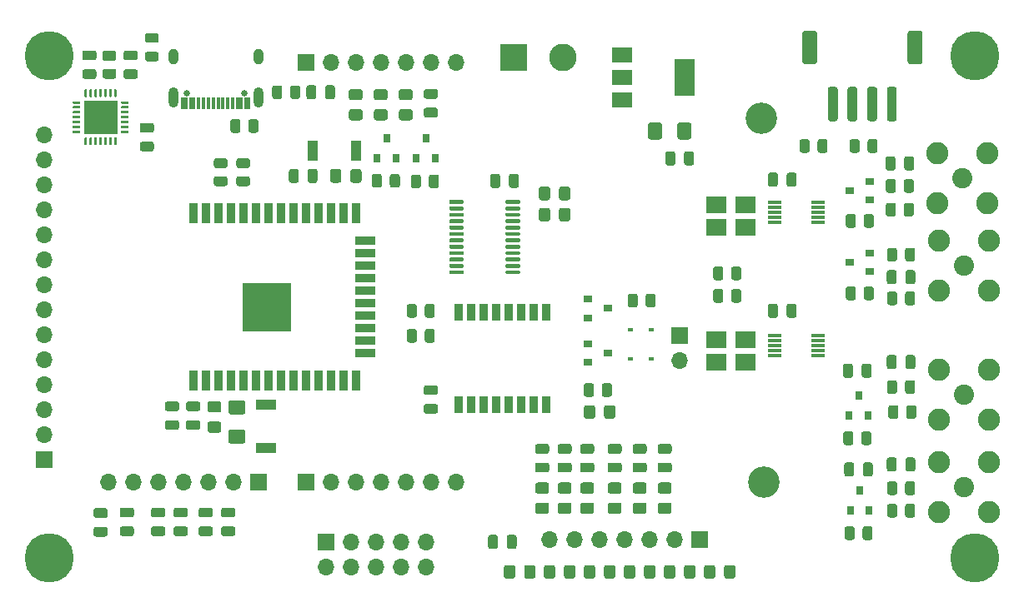
<source format=gts>
G04 #@! TF.GenerationSoftware,KiCad,Pcbnew,(5.1.10)-1*
G04 #@! TF.CreationDate,2021-09-26T11:35:02+02:00*
G04 #@! TF.ProjectId,ESP32Controler,45535033-3243-46f6-9e74-726f6c65722e,rev?*
G04 #@! TF.SameCoordinates,Original*
G04 #@! TF.FileFunction,Soldermask,Top*
G04 #@! TF.FilePolarity,Negative*
%FSLAX46Y46*%
G04 Gerber Fmt 4.6, Leading zero omitted, Abs format (unit mm)*
G04 Created by KiCad (PCBNEW (5.1.10)-1) date 2021-09-26 11:35:02*
%MOMM*%
%LPD*%
G01*
G04 APERTURE LIST*
%ADD10R,0.800000X0.900000*%
%ADD11R,0.900000X2.000000*%
%ADD12R,2.000000X0.900000*%
%ADD13R,5.000000X5.000000*%
%ADD14R,0.300000X1.150000*%
%ADD15C,0.650000*%
%ADD16O,1.000000X1.600000*%
%ADD17O,1.000000X2.100000*%
%ADD18C,3.200000*%
%ADD19R,1.700000X1.700000*%
%ADD20O,1.700000X1.700000*%
%ADD21R,0.900000X0.800000*%
%ADD22R,0.600000X0.450000*%
%ADD23R,1.050000X2.000000*%
%ADD24R,2.100000X1.800000*%
%ADD25R,1.400000X0.300000*%
%ADD26C,2.250000*%
%ADD27C,2.050000*%
%ADD28R,3.350000X3.350000*%
%ADD29R,2.000000X1.050000*%
%ADD30R,0.900000X1.700000*%
%ADD31R,2.000000X1.500000*%
%ADD32R,2.000000X3.800000*%
%ADD33C,2.800000*%
%ADD34R,2.800000X2.800000*%
%ADD35C,0.800000*%
%ADD36C,5.000000*%
G04 APERTURE END LIST*
G36*
G01*
X53512700Y-77031000D02*
X54462700Y-77031000D01*
G75*
G02*
X54712700Y-77281000I0J-250000D01*
G01*
X54712700Y-77781000D01*
G75*
G02*
X54462700Y-78031000I-250000J0D01*
G01*
X53512700Y-78031000D01*
G75*
G02*
X53262700Y-77781000I0J250000D01*
G01*
X53262700Y-77281000D01*
G75*
G02*
X53512700Y-77031000I250000J0D01*
G01*
G37*
G36*
G01*
X53512700Y-75131000D02*
X54462700Y-75131000D01*
G75*
G02*
X54712700Y-75381000I0J-250000D01*
G01*
X54712700Y-75881000D01*
G75*
G02*
X54462700Y-76131000I-250000J0D01*
G01*
X53512700Y-76131000D01*
G75*
G02*
X53262700Y-75881000I0J250000D01*
G01*
X53262700Y-75381000D01*
G75*
G02*
X53512700Y-75131000I250000J0D01*
G01*
G37*
G36*
G01*
X76104700Y-53142302D02*
X76104700Y-52242298D01*
G75*
G02*
X76354698Y-51992300I249998J0D01*
G01*
X76879702Y-51992300D01*
G75*
G02*
X77129700Y-52242298I0J-249998D01*
G01*
X77129700Y-53142302D01*
G75*
G02*
X76879702Y-53392300I-249998J0D01*
G01*
X76354698Y-53392300D01*
G75*
G02*
X76104700Y-53142302I0J249998D01*
G01*
G37*
G36*
G01*
X74279700Y-53142302D02*
X74279700Y-52242298D01*
G75*
G02*
X74529698Y-51992300I249998J0D01*
G01*
X75054702Y-51992300D01*
G75*
G02*
X75304700Y-52242298I0J-249998D01*
G01*
X75304700Y-53142302D01*
G75*
G02*
X75054702Y-53392300I-249998J0D01*
G01*
X74529698Y-53392300D01*
G75*
G02*
X74279700Y-53142302I0J249998D01*
G01*
G37*
G36*
G01*
X79267100Y-52305798D02*
X79267100Y-53205802D01*
G75*
G02*
X79017102Y-53455800I-249998J0D01*
G01*
X78492098Y-53455800D01*
G75*
G02*
X78242100Y-53205802I0J249998D01*
G01*
X78242100Y-52305798D01*
G75*
G02*
X78492098Y-52055800I249998J0D01*
G01*
X79017102Y-52055800D01*
G75*
G02*
X79267100Y-52305798I0J-249998D01*
G01*
G37*
G36*
G01*
X81092100Y-52305798D02*
X81092100Y-53205802D01*
G75*
G02*
X80842102Y-53455800I-249998J0D01*
G01*
X80317098Y-53455800D01*
G75*
G02*
X80067100Y-53205802I0J249998D01*
G01*
X80067100Y-52305798D01*
G75*
G02*
X80317098Y-52055800I249998J0D01*
G01*
X80842102Y-52055800D01*
G75*
G02*
X81092100Y-52305798I0J-249998D01*
G01*
G37*
D10*
X75780900Y-48403000D03*
X76730900Y-50403000D03*
X74830900Y-50403000D03*
X79756000Y-48390300D03*
X80706000Y-50390300D03*
X78806000Y-50390300D03*
D11*
X56134000Y-56016000D03*
X57404000Y-56016000D03*
X58674000Y-56016000D03*
X59944000Y-56016000D03*
X61214000Y-56016000D03*
X62484000Y-56016000D03*
X63754000Y-56016000D03*
X65024000Y-56016000D03*
X66294000Y-56016000D03*
X67564000Y-56016000D03*
X68834000Y-56016000D03*
X70104000Y-56016000D03*
X71374000Y-56016000D03*
X72644000Y-56016000D03*
D12*
X73644000Y-58801000D03*
X73644000Y-60071000D03*
X73644000Y-61341000D03*
X73644000Y-62611000D03*
X73644000Y-63881000D03*
X73644000Y-65151000D03*
X73644000Y-66421000D03*
X73644000Y-67691000D03*
X73644000Y-68961000D03*
X73644000Y-70231000D03*
D11*
X72644000Y-73016000D03*
X71374000Y-73016000D03*
X70104000Y-73016000D03*
X68834000Y-73016000D03*
X67564000Y-73016000D03*
X66294000Y-73016000D03*
X65024000Y-73016000D03*
X63754000Y-73016000D03*
X62484000Y-73016000D03*
X61214000Y-73016000D03*
X59944000Y-73016000D03*
X58674000Y-73016000D03*
X57404000Y-73016000D03*
X56134000Y-73016000D03*
D13*
X63634000Y-65516000D03*
D14*
X55070000Y-44818000D03*
X55870000Y-44818000D03*
X60670000Y-44818000D03*
X61470000Y-44818000D03*
X61770000Y-44818000D03*
X60970000Y-44818000D03*
X60170000Y-44818000D03*
X59670000Y-44818000D03*
X59170000Y-44818000D03*
X58670000Y-44818000D03*
X58170000Y-44818000D03*
X57670000Y-44818000D03*
X57170000Y-44818000D03*
X56670000Y-44818000D03*
X56170000Y-44818000D03*
X55370000Y-44818000D03*
D15*
X61310000Y-43753000D03*
X55530000Y-43753000D03*
D16*
X54100000Y-40073000D03*
X62740000Y-40073000D03*
D17*
X54100000Y-44253000D03*
X62740000Y-44253000D03*
D18*
X113792000Y-46355000D03*
X114092000Y-83355000D03*
D19*
X105537000Y-68453000D03*
D20*
X105537000Y-70993000D03*
G36*
G01*
X97630000Y-74418002D02*
X97630000Y-73517998D01*
G75*
G02*
X97879998Y-73268000I249998J0D01*
G01*
X98405002Y-73268000D01*
G75*
G02*
X98655000Y-73517998I0J-249998D01*
G01*
X98655000Y-74418002D01*
G75*
G02*
X98405002Y-74668000I-249998J0D01*
G01*
X97879998Y-74668000D01*
G75*
G02*
X97630000Y-74418002I0J249998D01*
G01*
G37*
G36*
G01*
X95805000Y-74418002D02*
X95805000Y-73517998D01*
G75*
G02*
X96054998Y-73268000I249998J0D01*
G01*
X96580002Y-73268000D01*
G75*
G02*
X96830000Y-73517998I0J-249998D01*
G01*
X96830000Y-74418002D01*
G75*
G02*
X96580002Y-74668000I-249998J0D01*
G01*
X96054998Y-74668000D01*
G75*
G02*
X95805000Y-74418002I0J249998D01*
G01*
G37*
G36*
G01*
X102080000Y-65318002D02*
X102080000Y-64417998D01*
G75*
G02*
X102329998Y-64168000I249998J0D01*
G01*
X102855002Y-64168000D01*
G75*
G02*
X103105000Y-64417998I0J-249998D01*
G01*
X103105000Y-65318002D01*
G75*
G02*
X102855002Y-65568000I-249998J0D01*
G01*
X102329998Y-65568000D01*
G75*
G02*
X102080000Y-65318002I0J249998D01*
G01*
G37*
G36*
G01*
X100255000Y-65318002D02*
X100255000Y-64417998D01*
G75*
G02*
X100504998Y-64168000I249998J0D01*
G01*
X101030002Y-64168000D01*
G75*
G02*
X101280000Y-64417998I0J-249998D01*
G01*
X101280000Y-65318002D01*
G75*
G02*
X101030002Y-65568000I-249998J0D01*
G01*
X100504998Y-65568000D01*
G75*
G02*
X100255000Y-65318002I0J249998D01*
G01*
G37*
D21*
X98250000Y-70218000D03*
X96250000Y-71168000D03*
X96250000Y-69268000D03*
X98250000Y-65668000D03*
X96250000Y-66618000D03*
X96250000Y-64718000D03*
D22*
X102650000Y-70768000D03*
X100550000Y-70768000D03*
X102650000Y-67818000D03*
X100550000Y-67818000D03*
D23*
X68260000Y-49657000D03*
X72710000Y-49657000D03*
G36*
G01*
X67760000Y-52672000D02*
X67760000Y-51722000D01*
G75*
G02*
X68010000Y-51472000I250000J0D01*
G01*
X68510000Y-51472000D01*
G75*
G02*
X68760000Y-51722000I0J-250000D01*
G01*
X68760000Y-52672000D01*
G75*
G02*
X68510000Y-52922000I-250000J0D01*
G01*
X68010000Y-52922000D01*
G75*
G02*
X67760000Y-52672000I0J250000D01*
G01*
G37*
G36*
G01*
X65860000Y-52672000D02*
X65860000Y-51722000D01*
G75*
G02*
X66110000Y-51472000I250000J0D01*
G01*
X66610000Y-51472000D01*
G75*
G02*
X66860000Y-51722000I0J-250000D01*
G01*
X66860000Y-52672000D01*
G75*
G02*
X66610000Y-52922000I-250000J0D01*
G01*
X66110000Y-52922000D01*
G75*
G02*
X65860000Y-52672000I0J250000D01*
G01*
G37*
D24*
X112194000Y-57411000D03*
X109294000Y-57411000D03*
X109294000Y-55111000D03*
X112194000Y-55111000D03*
X112194000Y-71127000D03*
X109294000Y-71127000D03*
X109294000Y-68827000D03*
X112194000Y-68827000D03*
D25*
X119548000Y-54880000D03*
X119548000Y-55380000D03*
X119548000Y-55880000D03*
X119548000Y-56380000D03*
X119548000Y-56880000D03*
X115148000Y-56880000D03*
X115148000Y-56380000D03*
X115148000Y-55880000D03*
X115148000Y-55380000D03*
X115148000Y-54880000D03*
X119548000Y-68469000D03*
X119548000Y-68969000D03*
X119548000Y-69469000D03*
X119548000Y-69969000D03*
X119548000Y-70469000D03*
X115148000Y-70469000D03*
X115148000Y-69969000D03*
X115148000Y-69469000D03*
X115148000Y-68969000D03*
X115148000Y-68469000D03*
G36*
G01*
X87850000Y-54945000D02*
X87850000Y-54745000D01*
G75*
G02*
X87950000Y-54645000I100000J0D01*
G01*
X89225000Y-54645000D01*
G75*
G02*
X89325000Y-54745000I0J-100000D01*
G01*
X89325000Y-54945000D01*
G75*
G02*
X89225000Y-55045000I-100000J0D01*
G01*
X87950000Y-55045000D01*
G75*
G02*
X87850000Y-54945000I0J100000D01*
G01*
G37*
G36*
G01*
X87850000Y-55595000D02*
X87850000Y-55395000D01*
G75*
G02*
X87950000Y-55295000I100000J0D01*
G01*
X89225000Y-55295000D01*
G75*
G02*
X89325000Y-55395000I0J-100000D01*
G01*
X89325000Y-55595000D01*
G75*
G02*
X89225000Y-55695000I-100000J0D01*
G01*
X87950000Y-55695000D01*
G75*
G02*
X87850000Y-55595000I0J100000D01*
G01*
G37*
G36*
G01*
X87850000Y-56245000D02*
X87850000Y-56045000D01*
G75*
G02*
X87950000Y-55945000I100000J0D01*
G01*
X89225000Y-55945000D01*
G75*
G02*
X89325000Y-56045000I0J-100000D01*
G01*
X89325000Y-56245000D01*
G75*
G02*
X89225000Y-56345000I-100000J0D01*
G01*
X87950000Y-56345000D01*
G75*
G02*
X87850000Y-56245000I0J100000D01*
G01*
G37*
G36*
G01*
X87850000Y-56895000D02*
X87850000Y-56695000D01*
G75*
G02*
X87950000Y-56595000I100000J0D01*
G01*
X89225000Y-56595000D01*
G75*
G02*
X89325000Y-56695000I0J-100000D01*
G01*
X89325000Y-56895000D01*
G75*
G02*
X89225000Y-56995000I-100000J0D01*
G01*
X87950000Y-56995000D01*
G75*
G02*
X87850000Y-56895000I0J100000D01*
G01*
G37*
G36*
G01*
X87850000Y-57545000D02*
X87850000Y-57345000D01*
G75*
G02*
X87950000Y-57245000I100000J0D01*
G01*
X89225000Y-57245000D01*
G75*
G02*
X89325000Y-57345000I0J-100000D01*
G01*
X89325000Y-57545000D01*
G75*
G02*
X89225000Y-57645000I-100000J0D01*
G01*
X87950000Y-57645000D01*
G75*
G02*
X87850000Y-57545000I0J100000D01*
G01*
G37*
G36*
G01*
X87850000Y-58195000D02*
X87850000Y-57995000D01*
G75*
G02*
X87950000Y-57895000I100000J0D01*
G01*
X89225000Y-57895000D01*
G75*
G02*
X89325000Y-57995000I0J-100000D01*
G01*
X89325000Y-58195000D01*
G75*
G02*
X89225000Y-58295000I-100000J0D01*
G01*
X87950000Y-58295000D01*
G75*
G02*
X87850000Y-58195000I0J100000D01*
G01*
G37*
G36*
G01*
X87850000Y-58845000D02*
X87850000Y-58645000D01*
G75*
G02*
X87950000Y-58545000I100000J0D01*
G01*
X89225000Y-58545000D01*
G75*
G02*
X89325000Y-58645000I0J-100000D01*
G01*
X89325000Y-58845000D01*
G75*
G02*
X89225000Y-58945000I-100000J0D01*
G01*
X87950000Y-58945000D01*
G75*
G02*
X87850000Y-58845000I0J100000D01*
G01*
G37*
G36*
G01*
X87850000Y-59495000D02*
X87850000Y-59295000D01*
G75*
G02*
X87950000Y-59195000I100000J0D01*
G01*
X89225000Y-59195000D01*
G75*
G02*
X89325000Y-59295000I0J-100000D01*
G01*
X89325000Y-59495000D01*
G75*
G02*
X89225000Y-59595000I-100000J0D01*
G01*
X87950000Y-59595000D01*
G75*
G02*
X87850000Y-59495000I0J100000D01*
G01*
G37*
G36*
G01*
X87850000Y-60145000D02*
X87850000Y-59945000D01*
G75*
G02*
X87950000Y-59845000I100000J0D01*
G01*
X89225000Y-59845000D01*
G75*
G02*
X89325000Y-59945000I0J-100000D01*
G01*
X89325000Y-60145000D01*
G75*
G02*
X89225000Y-60245000I-100000J0D01*
G01*
X87950000Y-60245000D01*
G75*
G02*
X87850000Y-60145000I0J100000D01*
G01*
G37*
G36*
G01*
X87850000Y-60795000D02*
X87850000Y-60595000D01*
G75*
G02*
X87950000Y-60495000I100000J0D01*
G01*
X89225000Y-60495000D01*
G75*
G02*
X89325000Y-60595000I0J-100000D01*
G01*
X89325000Y-60795000D01*
G75*
G02*
X89225000Y-60895000I-100000J0D01*
G01*
X87950000Y-60895000D01*
G75*
G02*
X87850000Y-60795000I0J100000D01*
G01*
G37*
G36*
G01*
X87850000Y-61445000D02*
X87850000Y-61245000D01*
G75*
G02*
X87950000Y-61145000I100000J0D01*
G01*
X89225000Y-61145000D01*
G75*
G02*
X89325000Y-61245000I0J-100000D01*
G01*
X89325000Y-61445000D01*
G75*
G02*
X89225000Y-61545000I-100000J0D01*
G01*
X87950000Y-61545000D01*
G75*
G02*
X87850000Y-61445000I0J100000D01*
G01*
G37*
G36*
G01*
X87850000Y-62095000D02*
X87850000Y-61895000D01*
G75*
G02*
X87950000Y-61795000I100000J0D01*
G01*
X89225000Y-61795000D01*
G75*
G02*
X89325000Y-61895000I0J-100000D01*
G01*
X89325000Y-62095000D01*
G75*
G02*
X89225000Y-62195000I-100000J0D01*
G01*
X87950000Y-62195000D01*
G75*
G02*
X87850000Y-62095000I0J100000D01*
G01*
G37*
G36*
G01*
X82125000Y-62095000D02*
X82125000Y-61895000D01*
G75*
G02*
X82225000Y-61795000I100000J0D01*
G01*
X83500000Y-61795000D01*
G75*
G02*
X83600000Y-61895000I0J-100000D01*
G01*
X83600000Y-62095000D01*
G75*
G02*
X83500000Y-62195000I-100000J0D01*
G01*
X82225000Y-62195000D01*
G75*
G02*
X82125000Y-62095000I0J100000D01*
G01*
G37*
G36*
G01*
X82125000Y-61445000D02*
X82125000Y-61245000D01*
G75*
G02*
X82225000Y-61145000I100000J0D01*
G01*
X83500000Y-61145000D01*
G75*
G02*
X83600000Y-61245000I0J-100000D01*
G01*
X83600000Y-61445000D01*
G75*
G02*
X83500000Y-61545000I-100000J0D01*
G01*
X82225000Y-61545000D01*
G75*
G02*
X82125000Y-61445000I0J100000D01*
G01*
G37*
G36*
G01*
X82125000Y-60795000D02*
X82125000Y-60595000D01*
G75*
G02*
X82225000Y-60495000I100000J0D01*
G01*
X83500000Y-60495000D01*
G75*
G02*
X83600000Y-60595000I0J-100000D01*
G01*
X83600000Y-60795000D01*
G75*
G02*
X83500000Y-60895000I-100000J0D01*
G01*
X82225000Y-60895000D01*
G75*
G02*
X82125000Y-60795000I0J100000D01*
G01*
G37*
G36*
G01*
X82125000Y-60145000D02*
X82125000Y-59945000D01*
G75*
G02*
X82225000Y-59845000I100000J0D01*
G01*
X83500000Y-59845000D01*
G75*
G02*
X83600000Y-59945000I0J-100000D01*
G01*
X83600000Y-60145000D01*
G75*
G02*
X83500000Y-60245000I-100000J0D01*
G01*
X82225000Y-60245000D01*
G75*
G02*
X82125000Y-60145000I0J100000D01*
G01*
G37*
G36*
G01*
X82125000Y-59495000D02*
X82125000Y-59295000D01*
G75*
G02*
X82225000Y-59195000I100000J0D01*
G01*
X83500000Y-59195000D01*
G75*
G02*
X83600000Y-59295000I0J-100000D01*
G01*
X83600000Y-59495000D01*
G75*
G02*
X83500000Y-59595000I-100000J0D01*
G01*
X82225000Y-59595000D01*
G75*
G02*
X82125000Y-59495000I0J100000D01*
G01*
G37*
G36*
G01*
X82125000Y-58845000D02*
X82125000Y-58645000D01*
G75*
G02*
X82225000Y-58545000I100000J0D01*
G01*
X83500000Y-58545000D01*
G75*
G02*
X83600000Y-58645000I0J-100000D01*
G01*
X83600000Y-58845000D01*
G75*
G02*
X83500000Y-58945000I-100000J0D01*
G01*
X82225000Y-58945000D01*
G75*
G02*
X82125000Y-58845000I0J100000D01*
G01*
G37*
G36*
G01*
X82125000Y-58195000D02*
X82125000Y-57995000D01*
G75*
G02*
X82225000Y-57895000I100000J0D01*
G01*
X83500000Y-57895000D01*
G75*
G02*
X83600000Y-57995000I0J-100000D01*
G01*
X83600000Y-58195000D01*
G75*
G02*
X83500000Y-58295000I-100000J0D01*
G01*
X82225000Y-58295000D01*
G75*
G02*
X82125000Y-58195000I0J100000D01*
G01*
G37*
G36*
G01*
X82125000Y-57545000D02*
X82125000Y-57345000D01*
G75*
G02*
X82225000Y-57245000I100000J0D01*
G01*
X83500000Y-57245000D01*
G75*
G02*
X83600000Y-57345000I0J-100000D01*
G01*
X83600000Y-57545000D01*
G75*
G02*
X83500000Y-57645000I-100000J0D01*
G01*
X82225000Y-57645000D01*
G75*
G02*
X82125000Y-57545000I0J100000D01*
G01*
G37*
G36*
G01*
X82125000Y-56895000D02*
X82125000Y-56695000D01*
G75*
G02*
X82225000Y-56595000I100000J0D01*
G01*
X83500000Y-56595000D01*
G75*
G02*
X83600000Y-56695000I0J-100000D01*
G01*
X83600000Y-56895000D01*
G75*
G02*
X83500000Y-56995000I-100000J0D01*
G01*
X82225000Y-56995000D01*
G75*
G02*
X82125000Y-56895000I0J100000D01*
G01*
G37*
G36*
G01*
X82125000Y-56245000D02*
X82125000Y-56045000D01*
G75*
G02*
X82225000Y-55945000I100000J0D01*
G01*
X83500000Y-55945000D01*
G75*
G02*
X83600000Y-56045000I0J-100000D01*
G01*
X83600000Y-56245000D01*
G75*
G02*
X83500000Y-56345000I-100000J0D01*
G01*
X82225000Y-56345000D01*
G75*
G02*
X82125000Y-56245000I0J100000D01*
G01*
G37*
G36*
G01*
X82125000Y-55595000D02*
X82125000Y-55395000D01*
G75*
G02*
X82225000Y-55295000I100000J0D01*
G01*
X83500000Y-55295000D01*
G75*
G02*
X83600000Y-55395000I0J-100000D01*
G01*
X83600000Y-55595000D01*
G75*
G02*
X83500000Y-55695000I-100000J0D01*
G01*
X82225000Y-55695000D01*
G75*
G02*
X82125000Y-55595000I0J100000D01*
G01*
G37*
G36*
G01*
X82125000Y-54945000D02*
X82125000Y-54745000D01*
G75*
G02*
X82225000Y-54645000I100000J0D01*
G01*
X83500000Y-54645000D01*
G75*
G02*
X83600000Y-54745000I0J-100000D01*
G01*
X83600000Y-54945000D01*
G75*
G02*
X83500000Y-55045000I-100000J0D01*
G01*
X82225000Y-55045000D01*
G75*
G02*
X82125000Y-54945000I0J100000D01*
G01*
G37*
G36*
G01*
X128416000Y-65093002D02*
X128416000Y-64192998D01*
G75*
G02*
X128665998Y-63943000I249998J0D01*
G01*
X129191002Y-63943000D01*
G75*
G02*
X129441000Y-64192998I0J-249998D01*
G01*
X129441000Y-65093002D01*
G75*
G02*
X129191002Y-65343000I-249998J0D01*
G01*
X128665998Y-65343000D01*
G75*
G02*
X128416000Y-65093002I0J249998D01*
G01*
G37*
G36*
G01*
X126591000Y-65093002D02*
X126591000Y-64192998D01*
G75*
G02*
X126840998Y-63943000I249998J0D01*
G01*
X127366002Y-63943000D01*
G75*
G02*
X127616000Y-64192998I0J-249998D01*
G01*
X127616000Y-65093002D01*
G75*
G02*
X127366002Y-65343000I-249998J0D01*
G01*
X126840998Y-65343000D01*
G75*
G02*
X126591000Y-65093002I0J249998D01*
G01*
G37*
G36*
G01*
X128416000Y-74110002D02*
X128416000Y-73209998D01*
G75*
G02*
X128665998Y-72960000I249998J0D01*
G01*
X129191002Y-72960000D01*
G75*
G02*
X129441000Y-73209998I0J-249998D01*
G01*
X129441000Y-74110002D01*
G75*
G02*
X129191002Y-74360000I-249998J0D01*
G01*
X128665998Y-74360000D01*
G75*
G02*
X128416000Y-74110002I0J249998D01*
G01*
G37*
G36*
G01*
X126591000Y-74110002D02*
X126591000Y-73209998D01*
G75*
G02*
X126840998Y-72960000I249998J0D01*
G01*
X127366002Y-72960000D01*
G75*
G02*
X127616000Y-73209998I0J-249998D01*
G01*
X127616000Y-74110002D01*
G75*
G02*
X127366002Y-74360000I-249998J0D01*
G01*
X126840998Y-74360000D01*
G75*
G02*
X126591000Y-74110002I0J249998D01*
G01*
G37*
G36*
G01*
X127616000Y-59747998D02*
X127616000Y-60648002D01*
G75*
G02*
X127366002Y-60898000I-249998J0D01*
G01*
X126840998Y-60898000D01*
G75*
G02*
X126591000Y-60648002I0J249998D01*
G01*
X126591000Y-59747998D01*
G75*
G02*
X126840998Y-59498000I249998J0D01*
G01*
X127366002Y-59498000D01*
G75*
G02*
X127616000Y-59747998I0J-249998D01*
G01*
G37*
G36*
G01*
X129441000Y-59747998D02*
X129441000Y-60648002D01*
G75*
G02*
X129191002Y-60898000I-249998J0D01*
G01*
X128665998Y-60898000D01*
G75*
G02*
X128416000Y-60648002I0J249998D01*
G01*
X128416000Y-59747998D01*
G75*
G02*
X128665998Y-59498000I249998J0D01*
G01*
X129191002Y-59498000D01*
G75*
G02*
X129441000Y-59747998I0J-249998D01*
G01*
G37*
G36*
G01*
X127743000Y-75749998D02*
X127743000Y-76650002D01*
G75*
G02*
X127493002Y-76900000I-249998J0D01*
G01*
X126967998Y-76900000D01*
G75*
G02*
X126718000Y-76650002I0J249998D01*
G01*
X126718000Y-75749998D01*
G75*
G02*
X126967998Y-75500000I249998J0D01*
G01*
X127493002Y-75500000D01*
G75*
G02*
X127743000Y-75749998I0J-249998D01*
G01*
G37*
G36*
G01*
X129568000Y-75749998D02*
X129568000Y-76650002D01*
G75*
G02*
X129318002Y-76900000I-249998J0D01*
G01*
X128792998Y-76900000D01*
G75*
G02*
X128543000Y-76650002I0J249998D01*
G01*
X128543000Y-75749998D01*
G75*
G02*
X128792998Y-75500000I249998J0D01*
G01*
X129318002Y-75500000D01*
G75*
G02*
X129568000Y-75749998I0J-249998D01*
G01*
G37*
G36*
G01*
X123425000Y-63684998D02*
X123425000Y-64585002D01*
G75*
G02*
X123175002Y-64835000I-249998J0D01*
G01*
X122649998Y-64835000D01*
G75*
G02*
X122400000Y-64585002I0J249998D01*
G01*
X122400000Y-63684998D01*
G75*
G02*
X122649998Y-63435000I249998J0D01*
G01*
X123175002Y-63435000D01*
G75*
G02*
X123425000Y-63684998I0J-249998D01*
G01*
G37*
G36*
G01*
X125250000Y-63684998D02*
X125250000Y-64585002D01*
G75*
G02*
X125000002Y-64835000I-249998J0D01*
G01*
X124474998Y-64835000D01*
G75*
G02*
X124225000Y-64585002I0J249998D01*
G01*
X124225000Y-63684998D01*
G75*
G02*
X124474998Y-63435000I249998J0D01*
G01*
X125000002Y-63435000D01*
G75*
G02*
X125250000Y-63684998I0J-249998D01*
G01*
G37*
G36*
G01*
X123171000Y-78416998D02*
X123171000Y-79317002D01*
G75*
G02*
X122921002Y-79567000I-249998J0D01*
G01*
X122395998Y-79567000D01*
G75*
G02*
X122146000Y-79317002I0J249998D01*
G01*
X122146000Y-78416998D01*
G75*
G02*
X122395998Y-78167000I249998J0D01*
G01*
X122921002Y-78167000D01*
G75*
G02*
X123171000Y-78416998I0J-249998D01*
G01*
G37*
G36*
G01*
X124996000Y-78416998D02*
X124996000Y-79317002D01*
G75*
G02*
X124746002Y-79567000I-249998J0D01*
G01*
X124220998Y-79567000D01*
G75*
G02*
X123971000Y-79317002I0J249998D01*
G01*
X123971000Y-78416998D01*
G75*
G02*
X124220998Y-78167000I249998J0D01*
G01*
X124746002Y-78167000D01*
G75*
G02*
X124996000Y-78416998I0J-249998D01*
G01*
G37*
G36*
G01*
X123425000Y-56318998D02*
X123425000Y-57219002D01*
G75*
G02*
X123175002Y-57469000I-249998J0D01*
G01*
X122649998Y-57469000D01*
G75*
G02*
X122400000Y-57219002I0J249998D01*
G01*
X122400000Y-56318998D01*
G75*
G02*
X122649998Y-56069000I249998J0D01*
G01*
X123175002Y-56069000D01*
G75*
G02*
X123425000Y-56318998I0J-249998D01*
G01*
G37*
G36*
G01*
X125250000Y-56318998D02*
X125250000Y-57219002D01*
G75*
G02*
X125000002Y-57469000I-249998J0D01*
G01*
X124474998Y-57469000D01*
G75*
G02*
X124225000Y-57219002I0J249998D01*
G01*
X124225000Y-56318998D01*
G75*
G02*
X124474998Y-56069000I249998J0D01*
G01*
X125000002Y-56069000D01*
G75*
G02*
X125250000Y-56318998I0J-249998D01*
G01*
G37*
G36*
G01*
X123298000Y-88068998D02*
X123298000Y-88969002D01*
G75*
G02*
X123048002Y-89219000I-249998J0D01*
G01*
X122522998Y-89219000D01*
G75*
G02*
X122273000Y-88969002I0J249998D01*
G01*
X122273000Y-88068998D01*
G75*
G02*
X122522998Y-87819000I249998J0D01*
G01*
X123048002Y-87819000D01*
G75*
G02*
X123298000Y-88068998I0J-249998D01*
G01*
G37*
G36*
G01*
X125123000Y-88068998D02*
X125123000Y-88969002D01*
G75*
G02*
X124873002Y-89219000I-249998J0D01*
G01*
X124347998Y-89219000D01*
G75*
G02*
X124098000Y-88969002I0J249998D01*
G01*
X124098000Y-88068998D01*
G75*
G02*
X124347998Y-87819000I249998J0D01*
G01*
X124873002Y-87819000D01*
G75*
G02*
X125123000Y-88068998I0J-249998D01*
G01*
G37*
G36*
G01*
X128289000Y-53663002D02*
X128289000Y-52762998D01*
G75*
G02*
X128538998Y-52513000I249998J0D01*
G01*
X129064002Y-52513000D01*
G75*
G02*
X129314000Y-52762998I0J-249998D01*
G01*
X129314000Y-53663002D01*
G75*
G02*
X129064002Y-53913000I-249998J0D01*
G01*
X128538998Y-53913000D01*
G75*
G02*
X128289000Y-53663002I0J249998D01*
G01*
G37*
G36*
G01*
X126464000Y-53663002D02*
X126464000Y-52762998D01*
G75*
G02*
X126713998Y-52513000I249998J0D01*
G01*
X127239002Y-52513000D01*
G75*
G02*
X127489000Y-52762998I0J-249998D01*
G01*
X127489000Y-53663002D01*
G75*
G02*
X127239002Y-53913000I-249998J0D01*
G01*
X126713998Y-53913000D01*
G75*
G02*
X126464000Y-53663002I0J249998D01*
G01*
G37*
G36*
G01*
X128416000Y-84397002D02*
X128416000Y-83496998D01*
G75*
G02*
X128665998Y-83247000I249998J0D01*
G01*
X129191002Y-83247000D01*
G75*
G02*
X129441000Y-83496998I0J-249998D01*
G01*
X129441000Y-84397002D01*
G75*
G02*
X129191002Y-84647000I-249998J0D01*
G01*
X128665998Y-84647000D01*
G75*
G02*
X128416000Y-84397002I0J249998D01*
G01*
G37*
G36*
G01*
X126591000Y-84397002D02*
X126591000Y-83496998D01*
G75*
G02*
X126840998Y-83247000I249998J0D01*
G01*
X127366002Y-83247000D01*
G75*
G02*
X127616000Y-83496998I0J-249998D01*
G01*
X127616000Y-84397002D01*
G75*
G02*
X127366002Y-84647000I-249998J0D01*
G01*
X126840998Y-84647000D01*
G75*
G02*
X126591000Y-84397002I0J249998D01*
G01*
G37*
G36*
G01*
X127489000Y-55175998D02*
X127489000Y-56076002D01*
G75*
G02*
X127239002Y-56326000I-249998J0D01*
G01*
X126713998Y-56326000D01*
G75*
G02*
X126464000Y-56076002I0J249998D01*
G01*
X126464000Y-55175998D01*
G75*
G02*
X126713998Y-54926000I249998J0D01*
G01*
X127239002Y-54926000D01*
G75*
G02*
X127489000Y-55175998I0J-249998D01*
G01*
G37*
G36*
G01*
X129314000Y-55175998D02*
X129314000Y-56076002D01*
G75*
G02*
X129064002Y-56326000I-249998J0D01*
G01*
X128538998Y-56326000D01*
G75*
G02*
X128289000Y-56076002I0J249998D01*
G01*
X128289000Y-55175998D01*
G75*
G02*
X128538998Y-54926000I249998J0D01*
G01*
X129064002Y-54926000D01*
G75*
G02*
X129314000Y-55175998I0J-249998D01*
G01*
G37*
G36*
G01*
X128416000Y-86683002D02*
X128416000Y-85782998D01*
G75*
G02*
X128665998Y-85533000I249998J0D01*
G01*
X129191002Y-85533000D01*
G75*
G02*
X129441000Y-85782998I0J-249998D01*
G01*
X129441000Y-86683002D01*
G75*
G02*
X129191002Y-86933000I-249998J0D01*
G01*
X128665998Y-86933000D01*
G75*
G02*
X128416000Y-86683002I0J249998D01*
G01*
G37*
G36*
G01*
X126591000Y-86683002D02*
X126591000Y-85782998D01*
G75*
G02*
X126840998Y-85533000I249998J0D01*
G01*
X127366002Y-85533000D01*
G75*
G02*
X127616000Y-85782998I0J-249998D01*
G01*
X127616000Y-86683002D01*
G75*
G02*
X127366002Y-86933000I-249998J0D01*
G01*
X126840998Y-86933000D01*
G75*
G02*
X126591000Y-86683002I0J249998D01*
G01*
G37*
G36*
G01*
X124606000Y-49599002D02*
X124606000Y-48698998D01*
G75*
G02*
X124855998Y-48449000I249998J0D01*
G01*
X125381002Y-48449000D01*
G75*
G02*
X125631000Y-48698998I0J-249998D01*
G01*
X125631000Y-49599002D01*
G75*
G02*
X125381002Y-49849000I-249998J0D01*
G01*
X124855998Y-49849000D01*
G75*
G02*
X124606000Y-49599002I0J249998D01*
G01*
G37*
G36*
G01*
X122781000Y-49599002D02*
X122781000Y-48698998D01*
G75*
G02*
X123030998Y-48449000I249998J0D01*
G01*
X123556002Y-48449000D01*
G75*
G02*
X123806000Y-48698998I0J-249998D01*
G01*
X123806000Y-49599002D01*
G75*
G02*
X123556002Y-49849000I-249998J0D01*
G01*
X123030998Y-49849000D01*
G75*
G02*
X122781000Y-49599002I0J249998D01*
G01*
G37*
G36*
G01*
X119526000Y-49599002D02*
X119526000Y-48698998D01*
G75*
G02*
X119775998Y-48449000I249998J0D01*
G01*
X120301002Y-48449000D01*
G75*
G02*
X120551000Y-48698998I0J-249998D01*
G01*
X120551000Y-49599002D01*
G75*
G02*
X120301002Y-49849000I-249998J0D01*
G01*
X119775998Y-49849000D01*
G75*
G02*
X119526000Y-49599002I0J249998D01*
G01*
G37*
G36*
G01*
X117701000Y-49599002D02*
X117701000Y-48698998D01*
G75*
G02*
X117950998Y-48449000I249998J0D01*
G01*
X118476002Y-48449000D01*
G75*
G02*
X118726000Y-48698998I0J-249998D01*
G01*
X118726000Y-49599002D01*
G75*
G02*
X118476002Y-49849000I-249998J0D01*
G01*
X117950998Y-49849000D01*
G75*
G02*
X117701000Y-49599002I0J249998D01*
G01*
G37*
G36*
G01*
X79648000Y-68903002D02*
X79648000Y-68002998D01*
G75*
G02*
X79897998Y-67753000I249998J0D01*
G01*
X80423002Y-67753000D01*
G75*
G02*
X80673000Y-68002998I0J-249998D01*
G01*
X80673000Y-68903002D01*
G75*
G02*
X80423002Y-69153000I-249998J0D01*
G01*
X79897998Y-69153000D01*
G75*
G02*
X79648000Y-68903002I0J249998D01*
G01*
G37*
G36*
G01*
X77823000Y-68903002D02*
X77823000Y-68002998D01*
G75*
G02*
X78072998Y-67753000I249998J0D01*
G01*
X78598002Y-67753000D01*
G75*
G02*
X78848000Y-68002998I0J-249998D01*
G01*
X78848000Y-68903002D01*
G75*
G02*
X78598002Y-69153000I-249998J0D01*
G01*
X78072998Y-69153000D01*
G75*
G02*
X77823000Y-68903002I0J249998D01*
G01*
G37*
G36*
G01*
X47174998Y-41294000D02*
X48075002Y-41294000D01*
G75*
G02*
X48325000Y-41543998I0J-249998D01*
G01*
X48325000Y-42069002D01*
G75*
G02*
X48075002Y-42319000I-249998J0D01*
G01*
X47174998Y-42319000D01*
G75*
G02*
X46925000Y-42069002I0J249998D01*
G01*
X46925000Y-41543998D01*
G75*
G02*
X47174998Y-41294000I249998J0D01*
G01*
G37*
G36*
G01*
X47174998Y-39469000D02*
X48075002Y-39469000D01*
G75*
G02*
X48325000Y-39718998I0J-249998D01*
G01*
X48325000Y-40244002D01*
G75*
G02*
X48075002Y-40494000I-249998J0D01*
G01*
X47174998Y-40494000D01*
G75*
G02*
X46925000Y-40244002I0J249998D01*
G01*
X46925000Y-39718998D01*
G75*
G02*
X47174998Y-39469000I249998J0D01*
G01*
G37*
G36*
G01*
X79648000Y-66363002D02*
X79648000Y-65462998D01*
G75*
G02*
X79897998Y-65213000I249998J0D01*
G01*
X80423002Y-65213000D01*
G75*
G02*
X80673000Y-65462998I0J-249998D01*
G01*
X80673000Y-66363002D01*
G75*
G02*
X80423002Y-66613000I-249998J0D01*
G01*
X79897998Y-66613000D01*
G75*
G02*
X79648000Y-66363002I0J249998D01*
G01*
G37*
G36*
G01*
X77823000Y-66363002D02*
X77823000Y-65462998D01*
G75*
G02*
X78072998Y-65213000I249998J0D01*
G01*
X78598002Y-65213000D01*
G75*
G02*
X78848000Y-65462998I0J-249998D01*
G01*
X78848000Y-66363002D01*
G75*
G02*
X78598002Y-66613000I-249998J0D01*
G01*
X78072998Y-66613000D01*
G75*
G02*
X77823000Y-66363002I0J249998D01*
G01*
G37*
G36*
G01*
X109963000Y-63938998D02*
X109963000Y-64839002D01*
G75*
G02*
X109713002Y-65089000I-249998J0D01*
G01*
X109187998Y-65089000D01*
G75*
G02*
X108938000Y-64839002I0J249998D01*
G01*
X108938000Y-63938998D01*
G75*
G02*
X109187998Y-63689000I249998J0D01*
G01*
X109713002Y-63689000D01*
G75*
G02*
X109963000Y-63938998I0J-249998D01*
G01*
G37*
G36*
G01*
X111788000Y-63938998D02*
X111788000Y-64839002D01*
G75*
G02*
X111538002Y-65089000I-249998J0D01*
G01*
X111012998Y-65089000D01*
G75*
G02*
X110763000Y-64839002I0J249998D01*
G01*
X110763000Y-63938998D01*
G75*
G02*
X111012998Y-63689000I249998J0D01*
G01*
X111538002Y-63689000D01*
G75*
G02*
X111788000Y-63938998I0J-249998D01*
G01*
G37*
G36*
G01*
X109963000Y-61652998D02*
X109963000Y-62553002D01*
G75*
G02*
X109713002Y-62803000I-249998J0D01*
G01*
X109187998Y-62803000D01*
G75*
G02*
X108938000Y-62553002I0J249998D01*
G01*
X108938000Y-61652998D01*
G75*
G02*
X109187998Y-61403000I249998J0D01*
G01*
X109713002Y-61403000D01*
G75*
G02*
X109963000Y-61652998I0J-249998D01*
G01*
G37*
G36*
G01*
X111788000Y-61652998D02*
X111788000Y-62553002D01*
G75*
G02*
X111538002Y-62803000I-249998J0D01*
G01*
X111012998Y-62803000D01*
G75*
G02*
X110763000Y-62553002I0J249998D01*
G01*
X110763000Y-61652998D01*
G75*
G02*
X111012998Y-61403000I249998J0D01*
G01*
X111538002Y-61403000D01*
G75*
G02*
X111788000Y-61652998I0J-249998D01*
G01*
G37*
D21*
X122825000Y-60960000D03*
X124825000Y-60010000D03*
X124825000Y-61910000D03*
D10*
X123698000Y-74565000D03*
X124648000Y-76565000D03*
X122748000Y-76565000D03*
D21*
X122825000Y-53721000D03*
X124825000Y-52771000D03*
X124825000Y-54671000D03*
D10*
X123825000Y-84217000D03*
X124775000Y-86217000D03*
X122875000Y-86217000D03*
D26*
X131826000Y-63881000D03*
X131826000Y-58801000D03*
X136906000Y-58801000D03*
X136906000Y-63881000D03*
D27*
X134366000Y-61341000D03*
D26*
X131826000Y-76962000D03*
X131826000Y-71882000D03*
X136906000Y-71882000D03*
X136906000Y-76962000D03*
D27*
X134366000Y-74422000D03*
D26*
X131699000Y-54991000D03*
X131699000Y-49911000D03*
X136779000Y-49911000D03*
X136779000Y-54991000D03*
D27*
X134239000Y-52451000D03*
D26*
X131826000Y-86360000D03*
X131826000Y-81280000D03*
X136906000Y-81280000D03*
X136906000Y-86360000D03*
D27*
X134366000Y-83820000D03*
D20*
X41021000Y-48006000D03*
X41021000Y-50546000D03*
X41021000Y-53086000D03*
X41021000Y-55626000D03*
X41021000Y-58166000D03*
X41021000Y-60706000D03*
X41021000Y-63246000D03*
X41021000Y-65786000D03*
X41021000Y-68326000D03*
X41021000Y-70866000D03*
X41021000Y-73406000D03*
X41021000Y-75946000D03*
X41021000Y-78486000D03*
D19*
X41021000Y-81026000D03*
G36*
G01*
X128466000Y-62959000D02*
X128466000Y-62009000D01*
G75*
G02*
X128716000Y-61759000I250000J0D01*
G01*
X129216000Y-61759000D01*
G75*
G02*
X129466000Y-62009000I0J-250000D01*
G01*
X129466000Y-62959000D01*
G75*
G02*
X129216000Y-63209000I-250000J0D01*
G01*
X128716000Y-63209000D01*
G75*
G02*
X128466000Y-62959000I0J250000D01*
G01*
G37*
G36*
G01*
X126566000Y-62959000D02*
X126566000Y-62009000D01*
G75*
G02*
X126816000Y-61759000I250000J0D01*
G01*
X127316000Y-61759000D01*
G75*
G02*
X127566000Y-62009000I0J-250000D01*
G01*
X127566000Y-62959000D01*
G75*
G02*
X127316000Y-63209000I-250000J0D01*
G01*
X126816000Y-63209000D01*
G75*
G02*
X126566000Y-62959000I0J250000D01*
G01*
G37*
G36*
G01*
X128466000Y-71595000D02*
X128466000Y-70645000D01*
G75*
G02*
X128716000Y-70395000I250000J0D01*
G01*
X129216000Y-70395000D01*
G75*
G02*
X129466000Y-70645000I0J-250000D01*
G01*
X129466000Y-71595000D01*
G75*
G02*
X129216000Y-71845000I-250000J0D01*
G01*
X128716000Y-71845000D01*
G75*
G02*
X128466000Y-71595000I0J250000D01*
G01*
G37*
G36*
G01*
X126566000Y-71595000D02*
X126566000Y-70645000D01*
G75*
G02*
X126816000Y-70395000I250000J0D01*
G01*
X127316000Y-70395000D01*
G75*
G02*
X127566000Y-70645000I0J-250000D01*
G01*
X127566000Y-71595000D01*
G75*
G02*
X127316000Y-71845000I-250000J0D01*
G01*
X126816000Y-71845000D01*
G75*
G02*
X126566000Y-71595000I0J250000D01*
G01*
G37*
G36*
G01*
X128339000Y-51402000D02*
X128339000Y-50452000D01*
G75*
G02*
X128589000Y-50202000I250000J0D01*
G01*
X129089000Y-50202000D01*
G75*
G02*
X129339000Y-50452000I0J-250000D01*
G01*
X129339000Y-51402000D01*
G75*
G02*
X129089000Y-51652000I-250000J0D01*
G01*
X128589000Y-51652000D01*
G75*
G02*
X128339000Y-51402000I0J250000D01*
G01*
G37*
G36*
G01*
X126439000Y-51402000D02*
X126439000Y-50452000D01*
G75*
G02*
X126689000Y-50202000I250000J0D01*
G01*
X127189000Y-50202000D01*
G75*
G02*
X127439000Y-50452000I0J-250000D01*
G01*
X127439000Y-51402000D01*
G75*
G02*
X127189000Y-51652000I-250000J0D01*
G01*
X126689000Y-51652000D01*
G75*
G02*
X126439000Y-51402000I0J250000D01*
G01*
G37*
G36*
G01*
X128466000Y-82009000D02*
X128466000Y-81059000D01*
G75*
G02*
X128716000Y-80809000I250000J0D01*
G01*
X129216000Y-80809000D01*
G75*
G02*
X129466000Y-81059000I0J-250000D01*
G01*
X129466000Y-82009000D01*
G75*
G02*
X129216000Y-82259000I-250000J0D01*
G01*
X128716000Y-82259000D01*
G75*
G02*
X128466000Y-82009000I0J250000D01*
G01*
G37*
G36*
G01*
X126566000Y-82009000D02*
X126566000Y-81059000D01*
G75*
G02*
X126816000Y-80809000I250000J0D01*
G01*
X127316000Y-80809000D01*
G75*
G02*
X127566000Y-81059000I0J-250000D01*
G01*
X127566000Y-82009000D01*
G75*
G02*
X127316000Y-82259000I-250000J0D01*
G01*
X126816000Y-82259000D01*
G75*
G02*
X126566000Y-82009000I0J250000D01*
G01*
G37*
G36*
G01*
X124021000Y-72484000D02*
X124021000Y-71534000D01*
G75*
G02*
X124271000Y-71284000I250000J0D01*
G01*
X124771000Y-71284000D01*
G75*
G02*
X125021000Y-71534000I0J-250000D01*
G01*
X125021000Y-72484000D01*
G75*
G02*
X124771000Y-72734000I-250000J0D01*
G01*
X124271000Y-72734000D01*
G75*
G02*
X124021000Y-72484000I0J250000D01*
G01*
G37*
G36*
G01*
X122121000Y-72484000D02*
X122121000Y-71534000D01*
G75*
G02*
X122371000Y-71284000I250000J0D01*
G01*
X122871000Y-71284000D01*
G75*
G02*
X123121000Y-71534000I0J-250000D01*
G01*
X123121000Y-72484000D01*
G75*
G02*
X122871000Y-72734000I-250000J0D01*
G01*
X122371000Y-72734000D01*
G75*
G02*
X122121000Y-72484000I0J250000D01*
G01*
G37*
G36*
G01*
X124148000Y-82517000D02*
X124148000Y-81567000D01*
G75*
G02*
X124398000Y-81317000I250000J0D01*
G01*
X124898000Y-81317000D01*
G75*
G02*
X125148000Y-81567000I0J-250000D01*
G01*
X125148000Y-82517000D01*
G75*
G02*
X124898000Y-82767000I-250000J0D01*
G01*
X124398000Y-82767000D01*
G75*
G02*
X124148000Y-82517000I0J250000D01*
G01*
G37*
G36*
G01*
X122248000Y-82517000D02*
X122248000Y-81567000D01*
G75*
G02*
X122498000Y-81317000I250000J0D01*
G01*
X122998000Y-81317000D01*
G75*
G02*
X123248000Y-81567000I0J-250000D01*
G01*
X123248000Y-82517000D01*
G75*
G02*
X122998000Y-82767000I-250000J0D01*
G01*
X122498000Y-82767000D01*
G75*
G02*
X122248000Y-82517000I0J250000D01*
G01*
G37*
G36*
G01*
X80739000Y-74480000D02*
X79789000Y-74480000D01*
G75*
G02*
X79539000Y-74230000I0J250000D01*
G01*
X79539000Y-73730000D01*
G75*
G02*
X79789000Y-73480000I250000J0D01*
G01*
X80739000Y-73480000D01*
G75*
G02*
X80989000Y-73730000I0J-250000D01*
G01*
X80989000Y-74230000D01*
G75*
G02*
X80739000Y-74480000I-250000J0D01*
G01*
G37*
G36*
G01*
X80739000Y-76380000D02*
X79789000Y-76380000D01*
G75*
G02*
X79539000Y-76130000I0J250000D01*
G01*
X79539000Y-75630000D01*
G75*
G02*
X79789000Y-75380000I250000J0D01*
G01*
X80739000Y-75380000D01*
G75*
G02*
X80989000Y-75630000I0J-250000D01*
G01*
X80989000Y-76130000D01*
G75*
G02*
X80739000Y-76380000I-250000J0D01*
G01*
G37*
G36*
G01*
X115501000Y-65438000D02*
X115501000Y-66388000D01*
G75*
G02*
X115251000Y-66638000I-250000J0D01*
G01*
X114751000Y-66638000D01*
G75*
G02*
X114501000Y-66388000I0J250000D01*
G01*
X114501000Y-65438000D01*
G75*
G02*
X114751000Y-65188000I250000J0D01*
G01*
X115251000Y-65188000D01*
G75*
G02*
X115501000Y-65438000I0J-250000D01*
G01*
G37*
G36*
G01*
X117401000Y-65438000D02*
X117401000Y-66388000D01*
G75*
G02*
X117151000Y-66638000I-250000J0D01*
G01*
X116651000Y-66638000D01*
G75*
G02*
X116401000Y-66388000I0J250000D01*
G01*
X116401000Y-65438000D01*
G75*
G02*
X116651000Y-65188000I250000J0D01*
G01*
X117151000Y-65188000D01*
G75*
G02*
X117401000Y-65438000I0J-250000D01*
G01*
G37*
G36*
G01*
X50960000Y-48710000D02*
X51910000Y-48710000D01*
G75*
G02*
X52160000Y-48960000I0J-250000D01*
G01*
X52160000Y-49460000D01*
G75*
G02*
X51910000Y-49710000I-250000J0D01*
G01*
X50960000Y-49710000D01*
G75*
G02*
X50710000Y-49460000I0J250000D01*
G01*
X50710000Y-48960000D01*
G75*
G02*
X50960000Y-48710000I250000J0D01*
G01*
G37*
G36*
G01*
X50960000Y-46810000D02*
X51910000Y-46810000D01*
G75*
G02*
X52160000Y-47060000I0J-250000D01*
G01*
X52160000Y-47560000D01*
G75*
G02*
X51910000Y-47810000I-250000J0D01*
G01*
X50960000Y-47810000D01*
G75*
G02*
X50710000Y-47560000I0J250000D01*
G01*
X50710000Y-47060000D01*
G75*
G02*
X50960000Y-46810000I250000J0D01*
G01*
G37*
G36*
G01*
X49309000Y-41344000D02*
X50259000Y-41344000D01*
G75*
G02*
X50509000Y-41594000I0J-250000D01*
G01*
X50509000Y-42094000D01*
G75*
G02*
X50259000Y-42344000I-250000J0D01*
G01*
X49309000Y-42344000D01*
G75*
G02*
X49059000Y-42094000I0J250000D01*
G01*
X49059000Y-41594000D01*
G75*
G02*
X49309000Y-41344000I250000J0D01*
G01*
G37*
G36*
G01*
X49309000Y-39444000D02*
X50259000Y-39444000D01*
G75*
G02*
X50509000Y-39694000I0J-250000D01*
G01*
X50509000Y-40194000D01*
G75*
G02*
X50259000Y-40444000I-250000J0D01*
G01*
X49309000Y-40444000D01*
G75*
G02*
X49059000Y-40194000I0J250000D01*
G01*
X49059000Y-39694000D01*
G75*
G02*
X49309000Y-39444000I250000J0D01*
G01*
G37*
G36*
G01*
X97859000Y-76650001D02*
X97859000Y-75749999D01*
G75*
G02*
X98108999Y-75500000I249999J0D01*
G01*
X98759001Y-75500000D01*
G75*
G02*
X99009000Y-75749999I0J-249999D01*
G01*
X99009000Y-76650001D01*
G75*
G02*
X98759001Y-76900000I-249999J0D01*
G01*
X98108999Y-76900000D01*
G75*
G02*
X97859000Y-76650001I0J249999D01*
G01*
G37*
G36*
G01*
X95809000Y-76650001D02*
X95809000Y-75749999D01*
G75*
G02*
X96058999Y-75500000I249999J0D01*
G01*
X96709001Y-75500000D01*
G75*
G02*
X96959000Y-75749999I0J-249999D01*
G01*
X96959000Y-76650001D01*
G75*
G02*
X96709001Y-76900000I-249999J0D01*
G01*
X96058999Y-76900000D01*
G75*
G02*
X95809000Y-76650001I0J249999D01*
G01*
G37*
G36*
G01*
X61664002Y-51416000D02*
X60763998Y-51416000D01*
G75*
G02*
X60514000Y-51166002I0J249998D01*
G01*
X60514000Y-50640998D01*
G75*
G02*
X60763998Y-50391000I249998J0D01*
G01*
X61664002Y-50391000D01*
G75*
G02*
X61914000Y-50640998I0J-249998D01*
G01*
X61914000Y-51166002D01*
G75*
G02*
X61664002Y-51416000I-249998J0D01*
G01*
G37*
G36*
G01*
X61664002Y-53241000D02*
X60763998Y-53241000D01*
G75*
G02*
X60514000Y-52991002I0J249998D01*
G01*
X60514000Y-52465998D01*
G75*
G02*
X60763998Y-52216000I249998J0D01*
G01*
X61664002Y-52216000D01*
G75*
G02*
X61914000Y-52465998I0J-249998D01*
G01*
X61914000Y-52991002D01*
G75*
G02*
X61664002Y-53241000I-249998J0D01*
G01*
G37*
G36*
G01*
X59378002Y-51416000D02*
X58477998Y-51416000D01*
G75*
G02*
X58228000Y-51166002I0J249998D01*
G01*
X58228000Y-50640998D01*
G75*
G02*
X58477998Y-50391000I249998J0D01*
G01*
X59378002Y-50391000D01*
G75*
G02*
X59628000Y-50640998I0J-249998D01*
G01*
X59628000Y-51166002D01*
G75*
G02*
X59378002Y-51416000I-249998J0D01*
G01*
G37*
G36*
G01*
X59378002Y-53241000D02*
X58477998Y-53241000D01*
G75*
G02*
X58228000Y-52991002I0J249998D01*
G01*
X58228000Y-52465998D01*
G75*
G02*
X58477998Y-52216000I249998J0D01*
G01*
X59378002Y-52216000D01*
G75*
G02*
X59628000Y-52465998I0J-249998D01*
G01*
X59628000Y-52991002D01*
G75*
G02*
X59378002Y-53241000I-249998J0D01*
G01*
G37*
G36*
G01*
X65182800Y-43237998D02*
X65182800Y-44138002D01*
G75*
G02*
X64932802Y-44388000I-249998J0D01*
G01*
X64407798Y-44388000D01*
G75*
G02*
X64157800Y-44138002I0J249998D01*
G01*
X64157800Y-43237998D01*
G75*
G02*
X64407798Y-42988000I249998J0D01*
G01*
X64932802Y-42988000D01*
G75*
G02*
X65182800Y-43237998I0J-249998D01*
G01*
G37*
G36*
G01*
X67007800Y-43237998D02*
X67007800Y-44138002D01*
G75*
G02*
X66757802Y-44388000I-249998J0D01*
G01*
X66232798Y-44388000D01*
G75*
G02*
X65982800Y-44138002I0J249998D01*
G01*
X65982800Y-43237998D01*
G75*
G02*
X66232798Y-42988000I249998J0D01*
G01*
X66757802Y-42988000D01*
G75*
G02*
X67007800Y-43237998I0J-249998D01*
G01*
G37*
G36*
G01*
X60941000Y-46666998D02*
X60941000Y-47567002D01*
G75*
G02*
X60691002Y-47817000I-249998J0D01*
G01*
X60165998Y-47817000D01*
G75*
G02*
X59916000Y-47567002I0J249998D01*
G01*
X59916000Y-46666998D01*
G75*
G02*
X60165998Y-46417000I249998J0D01*
G01*
X60691002Y-46417000D01*
G75*
G02*
X60941000Y-46666998I0J-249998D01*
G01*
G37*
G36*
G01*
X62766000Y-46666998D02*
X62766000Y-47567002D01*
G75*
G02*
X62516002Y-47817000I-249998J0D01*
G01*
X61990998Y-47817000D01*
G75*
G02*
X61741000Y-47567002I0J249998D01*
G01*
X61741000Y-46666998D01*
G75*
G02*
X61990998Y-46417000I249998J0D01*
G01*
X62516002Y-46417000D01*
G75*
G02*
X62766000Y-46666998I0J-249998D01*
G01*
G37*
G36*
G01*
X45118000Y-41344000D02*
X46068000Y-41344000D01*
G75*
G02*
X46318000Y-41594000I0J-250000D01*
G01*
X46318000Y-42094000D01*
G75*
G02*
X46068000Y-42344000I-250000J0D01*
G01*
X45118000Y-42344000D01*
G75*
G02*
X44868000Y-42094000I0J250000D01*
G01*
X44868000Y-41594000D01*
G75*
G02*
X45118000Y-41344000I250000J0D01*
G01*
G37*
G36*
G01*
X45118000Y-39444000D02*
X46068000Y-39444000D01*
G75*
G02*
X46318000Y-39694000I0J-250000D01*
G01*
X46318000Y-40194000D01*
G75*
G02*
X46068000Y-40444000I-250000J0D01*
G01*
X45118000Y-40444000D01*
G75*
G02*
X44868000Y-40194000I0J250000D01*
G01*
X44868000Y-39694000D01*
G75*
G02*
X45118000Y-39444000I250000J0D01*
G01*
G37*
G36*
G01*
X69538000Y-44163000D02*
X69538000Y-43213000D01*
G75*
G02*
X69788000Y-42963000I250000J0D01*
G01*
X70288000Y-42963000D01*
G75*
G02*
X70538000Y-43213000I0J-250000D01*
G01*
X70538000Y-44163000D01*
G75*
G02*
X70288000Y-44413000I-250000J0D01*
G01*
X69788000Y-44413000D01*
G75*
G02*
X69538000Y-44163000I0J250000D01*
G01*
G37*
G36*
G01*
X67638000Y-44163000D02*
X67638000Y-43213000D01*
G75*
G02*
X67888000Y-42963000I250000J0D01*
G01*
X68388000Y-42963000D01*
G75*
G02*
X68638000Y-43213000I0J-250000D01*
G01*
X68638000Y-44163000D01*
G75*
G02*
X68388000Y-44413000I-250000J0D01*
G01*
X67888000Y-44413000D01*
G75*
G02*
X67638000Y-44163000I0J250000D01*
G01*
G37*
G36*
G01*
X87078400Y-88933000D02*
X87078400Y-89883000D01*
G75*
G02*
X86828400Y-90133000I-250000J0D01*
G01*
X86328400Y-90133000D01*
G75*
G02*
X86078400Y-89883000I0J250000D01*
G01*
X86078400Y-88933000D01*
G75*
G02*
X86328400Y-88683000I250000J0D01*
G01*
X86828400Y-88683000D01*
G75*
G02*
X87078400Y-88933000I0J-250000D01*
G01*
G37*
G36*
G01*
X88978400Y-88933000D02*
X88978400Y-89883000D01*
G75*
G02*
X88728400Y-90133000I-250000J0D01*
G01*
X88228400Y-90133000D01*
G75*
G02*
X87978400Y-89883000I0J250000D01*
G01*
X87978400Y-88933000D01*
G75*
G02*
X88228400Y-88683000I250000J0D01*
G01*
X88728400Y-88683000D01*
G75*
G02*
X88978400Y-88933000I0J-250000D01*
G01*
G37*
D20*
X79756000Y-91948000D03*
X79756000Y-89408000D03*
X77216000Y-91948000D03*
X77216000Y-89408000D03*
X74676000Y-91948000D03*
X74676000Y-89408000D03*
X72136000Y-91948000D03*
X72136000Y-89408000D03*
X69596000Y-91948000D03*
D19*
X69596000Y-89408000D03*
D28*
X46736000Y-46228000D03*
G36*
G01*
X48361000Y-48340500D02*
X48361000Y-49015500D01*
G75*
G02*
X48298500Y-49078000I-62500J0D01*
G01*
X48173500Y-49078000D01*
G75*
G02*
X48111000Y-49015500I0J62500D01*
G01*
X48111000Y-48340500D01*
G75*
G02*
X48173500Y-48278000I62500J0D01*
G01*
X48298500Y-48278000D01*
G75*
G02*
X48361000Y-48340500I0J-62500D01*
G01*
G37*
G36*
G01*
X47861000Y-48340500D02*
X47861000Y-49015500D01*
G75*
G02*
X47798500Y-49078000I-62500J0D01*
G01*
X47673500Y-49078000D01*
G75*
G02*
X47611000Y-49015500I0J62500D01*
G01*
X47611000Y-48340500D01*
G75*
G02*
X47673500Y-48278000I62500J0D01*
G01*
X47798500Y-48278000D01*
G75*
G02*
X47861000Y-48340500I0J-62500D01*
G01*
G37*
G36*
G01*
X47361000Y-48340500D02*
X47361000Y-49015500D01*
G75*
G02*
X47298500Y-49078000I-62500J0D01*
G01*
X47173500Y-49078000D01*
G75*
G02*
X47111000Y-49015500I0J62500D01*
G01*
X47111000Y-48340500D01*
G75*
G02*
X47173500Y-48278000I62500J0D01*
G01*
X47298500Y-48278000D01*
G75*
G02*
X47361000Y-48340500I0J-62500D01*
G01*
G37*
G36*
G01*
X46861000Y-48340500D02*
X46861000Y-49015500D01*
G75*
G02*
X46798500Y-49078000I-62500J0D01*
G01*
X46673500Y-49078000D01*
G75*
G02*
X46611000Y-49015500I0J62500D01*
G01*
X46611000Y-48340500D01*
G75*
G02*
X46673500Y-48278000I62500J0D01*
G01*
X46798500Y-48278000D01*
G75*
G02*
X46861000Y-48340500I0J-62500D01*
G01*
G37*
G36*
G01*
X46361000Y-48340500D02*
X46361000Y-49015500D01*
G75*
G02*
X46298500Y-49078000I-62500J0D01*
G01*
X46173500Y-49078000D01*
G75*
G02*
X46111000Y-49015500I0J62500D01*
G01*
X46111000Y-48340500D01*
G75*
G02*
X46173500Y-48278000I62500J0D01*
G01*
X46298500Y-48278000D01*
G75*
G02*
X46361000Y-48340500I0J-62500D01*
G01*
G37*
G36*
G01*
X45861000Y-48340500D02*
X45861000Y-49015500D01*
G75*
G02*
X45798500Y-49078000I-62500J0D01*
G01*
X45673500Y-49078000D01*
G75*
G02*
X45611000Y-49015500I0J62500D01*
G01*
X45611000Y-48340500D01*
G75*
G02*
X45673500Y-48278000I62500J0D01*
G01*
X45798500Y-48278000D01*
G75*
G02*
X45861000Y-48340500I0J-62500D01*
G01*
G37*
G36*
G01*
X45361000Y-48340500D02*
X45361000Y-49015500D01*
G75*
G02*
X45298500Y-49078000I-62500J0D01*
G01*
X45173500Y-49078000D01*
G75*
G02*
X45111000Y-49015500I0J62500D01*
G01*
X45111000Y-48340500D01*
G75*
G02*
X45173500Y-48278000I62500J0D01*
G01*
X45298500Y-48278000D01*
G75*
G02*
X45361000Y-48340500I0J-62500D01*
G01*
G37*
G36*
G01*
X44686000Y-47665500D02*
X44686000Y-47790500D01*
G75*
G02*
X44623500Y-47853000I-62500J0D01*
G01*
X43948500Y-47853000D01*
G75*
G02*
X43886000Y-47790500I0J62500D01*
G01*
X43886000Y-47665500D01*
G75*
G02*
X43948500Y-47603000I62500J0D01*
G01*
X44623500Y-47603000D01*
G75*
G02*
X44686000Y-47665500I0J-62500D01*
G01*
G37*
G36*
G01*
X44686000Y-47165500D02*
X44686000Y-47290500D01*
G75*
G02*
X44623500Y-47353000I-62500J0D01*
G01*
X43948500Y-47353000D01*
G75*
G02*
X43886000Y-47290500I0J62500D01*
G01*
X43886000Y-47165500D01*
G75*
G02*
X43948500Y-47103000I62500J0D01*
G01*
X44623500Y-47103000D01*
G75*
G02*
X44686000Y-47165500I0J-62500D01*
G01*
G37*
G36*
G01*
X44686000Y-46665500D02*
X44686000Y-46790500D01*
G75*
G02*
X44623500Y-46853000I-62500J0D01*
G01*
X43948500Y-46853000D01*
G75*
G02*
X43886000Y-46790500I0J62500D01*
G01*
X43886000Y-46665500D01*
G75*
G02*
X43948500Y-46603000I62500J0D01*
G01*
X44623500Y-46603000D01*
G75*
G02*
X44686000Y-46665500I0J-62500D01*
G01*
G37*
G36*
G01*
X44686000Y-46165500D02*
X44686000Y-46290500D01*
G75*
G02*
X44623500Y-46353000I-62500J0D01*
G01*
X43948500Y-46353000D01*
G75*
G02*
X43886000Y-46290500I0J62500D01*
G01*
X43886000Y-46165500D01*
G75*
G02*
X43948500Y-46103000I62500J0D01*
G01*
X44623500Y-46103000D01*
G75*
G02*
X44686000Y-46165500I0J-62500D01*
G01*
G37*
G36*
G01*
X44686000Y-45665500D02*
X44686000Y-45790500D01*
G75*
G02*
X44623500Y-45853000I-62500J0D01*
G01*
X43948500Y-45853000D01*
G75*
G02*
X43886000Y-45790500I0J62500D01*
G01*
X43886000Y-45665500D01*
G75*
G02*
X43948500Y-45603000I62500J0D01*
G01*
X44623500Y-45603000D01*
G75*
G02*
X44686000Y-45665500I0J-62500D01*
G01*
G37*
G36*
G01*
X44686000Y-45165500D02*
X44686000Y-45290500D01*
G75*
G02*
X44623500Y-45353000I-62500J0D01*
G01*
X43948500Y-45353000D01*
G75*
G02*
X43886000Y-45290500I0J62500D01*
G01*
X43886000Y-45165500D01*
G75*
G02*
X43948500Y-45103000I62500J0D01*
G01*
X44623500Y-45103000D01*
G75*
G02*
X44686000Y-45165500I0J-62500D01*
G01*
G37*
G36*
G01*
X44686000Y-44665500D02*
X44686000Y-44790500D01*
G75*
G02*
X44623500Y-44853000I-62500J0D01*
G01*
X43948500Y-44853000D01*
G75*
G02*
X43886000Y-44790500I0J62500D01*
G01*
X43886000Y-44665500D01*
G75*
G02*
X43948500Y-44603000I62500J0D01*
G01*
X44623500Y-44603000D01*
G75*
G02*
X44686000Y-44665500I0J-62500D01*
G01*
G37*
G36*
G01*
X45361000Y-43440500D02*
X45361000Y-44115500D01*
G75*
G02*
X45298500Y-44178000I-62500J0D01*
G01*
X45173500Y-44178000D01*
G75*
G02*
X45111000Y-44115500I0J62500D01*
G01*
X45111000Y-43440500D01*
G75*
G02*
X45173500Y-43378000I62500J0D01*
G01*
X45298500Y-43378000D01*
G75*
G02*
X45361000Y-43440500I0J-62500D01*
G01*
G37*
G36*
G01*
X45861000Y-43440500D02*
X45861000Y-44115500D01*
G75*
G02*
X45798500Y-44178000I-62500J0D01*
G01*
X45673500Y-44178000D01*
G75*
G02*
X45611000Y-44115500I0J62500D01*
G01*
X45611000Y-43440500D01*
G75*
G02*
X45673500Y-43378000I62500J0D01*
G01*
X45798500Y-43378000D01*
G75*
G02*
X45861000Y-43440500I0J-62500D01*
G01*
G37*
G36*
G01*
X46361000Y-43440500D02*
X46361000Y-44115500D01*
G75*
G02*
X46298500Y-44178000I-62500J0D01*
G01*
X46173500Y-44178000D01*
G75*
G02*
X46111000Y-44115500I0J62500D01*
G01*
X46111000Y-43440500D01*
G75*
G02*
X46173500Y-43378000I62500J0D01*
G01*
X46298500Y-43378000D01*
G75*
G02*
X46361000Y-43440500I0J-62500D01*
G01*
G37*
G36*
G01*
X46861000Y-43440500D02*
X46861000Y-44115500D01*
G75*
G02*
X46798500Y-44178000I-62500J0D01*
G01*
X46673500Y-44178000D01*
G75*
G02*
X46611000Y-44115500I0J62500D01*
G01*
X46611000Y-43440500D01*
G75*
G02*
X46673500Y-43378000I62500J0D01*
G01*
X46798500Y-43378000D01*
G75*
G02*
X46861000Y-43440500I0J-62500D01*
G01*
G37*
G36*
G01*
X47361000Y-43440500D02*
X47361000Y-44115500D01*
G75*
G02*
X47298500Y-44178000I-62500J0D01*
G01*
X47173500Y-44178000D01*
G75*
G02*
X47111000Y-44115500I0J62500D01*
G01*
X47111000Y-43440500D01*
G75*
G02*
X47173500Y-43378000I62500J0D01*
G01*
X47298500Y-43378000D01*
G75*
G02*
X47361000Y-43440500I0J-62500D01*
G01*
G37*
G36*
G01*
X47861000Y-43440500D02*
X47861000Y-44115500D01*
G75*
G02*
X47798500Y-44178000I-62500J0D01*
G01*
X47673500Y-44178000D01*
G75*
G02*
X47611000Y-44115500I0J62500D01*
G01*
X47611000Y-43440500D01*
G75*
G02*
X47673500Y-43378000I62500J0D01*
G01*
X47798500Y-43378000D01*
G75*
G02*
X47861000Y-43440500I0J-62500D01*
G01*
G37*
G36*
G01*
X48361000Y-43440500D02*
X48361000Y-44115500D01*
G75*
G02*
X48298500Y-44178000I-62500J0D01*
G01*
X48173500Y-44178000D01*
G75*
G02*
X48111000Y-44115500I0J62500D01*
G01*
X48111000Y-43440500D01*
G75*
G02*
X48173500Y-43378000I62500J0D01*
G01*
X48298500Y-43378000D01*
G75*
G02*
X48361000Y-43440500I0J-62500D01*
G01*
G37*
G36*
G01*
X49586000Y-44665500D02*
X49586000Y-44790500D01*
G75*
G02*
X49523500Y-44853000I-62500J0D01*
G01*
X48848500Y-44853000D01*
G75*
G02*
X48786000Y-44790500I0J62500D01*
G01*
X48786000Y-44665500D01*
G75*
G02*
X48848500Y-44603000I62500J0D01*
G01*
X49523500Y-44603000D01*
G75*
G02*
X49586000Y-44665500I0J-62500D01*
G01*
G37*
G36*
G01*
X49586000Y-45165500D02*
X49586000Y-45290500D01*
G75*
G02*
X49523500Y-45353000I-62500J0D01*
G01*
X48848500Y-45353000D01*
G75*
G02*
X48786000Y-45290500I0J62500D01*
G01*
X48786000Y-45165500D01*
G75*
G02*
X48848500Y-45103000I62500J0D01*
G01*
X49523500Y-45103000D01*
G75*
G02*
X49586000Y-45165500I0J-62500D01*
G01*
G37*
G36*
G01*
X49586000Y-45665500D02*
X49586000Y-45790500D01*
G75*
G02*
X49523500Y-45853000I-62500J0D01*
G01*
X48848500Y-45853000D01*
G75*
G02*
X48786000Y-45790500I0J62500D01*
G01*
X48786000Y-45665500D01*
G75*
G02*
X48848500Y-45603000I62500J0D01*
G01*
X49523500Y-45603000D01*
G75*
G02*
X49586000Y-45665500I0J-62500D01*
G01*
G37*
G36*
G01*
X49586000Y-46165500D02*
X49586000Y-46290500D01*
G75*
G02*
X49523500Y-46353000I-62500J0D01*
G01*
X48848500Y-46353000D01*
G75*
G02*
X48786000Y-46290500I0J62500D01*
G01*
X48786000Y-46165500D01*
G75*
G02*
X48848500Y-46103000I62500J0D01*
G01*
X49523500Y-46103000D01*
G75*
G02*
X49586000Y-46165500I0J-62500D01*
G01*
G37*
G36*
G01*
X49586000Y-46665500D02*
X49586000Y-46790500D01*
G75*
G02*
X49523500Y-46853000I-62500J0D01*
G01*
X48848500Y-46853000D01*
G75*
G02*
X48786000Y-46790500I0J62500D01*
G01*
X48786000Y-46665500D01*
G75*
G02*
X48848500Y-46603000I62500J0D01*
G01*
X49523500Y-46603000D01*
G75*
G02*
X49586000Y-46665500I0J-62500D01*
G01*
G37*
G36*
G01*
X49586000Y-47165500D02*
X49586000Y-47290500D01*
G75*
G02*
X49523500Y-47353000I-62500J0D01*
G01*
X48848500Y-47353000D01*
G75*
G02*
X48786000Y-47290500I0J62500D01*
G01*
X48786000Y-47165500D01*
G75*
G02*
X48848500Y-47103000I62500J0D01*
G01*
X49523500Y-47103000D01*
G75*
G02*
X49586000Y-47165500I0J-62500D01*
G01*
G37*
G36*
G01*
X49586000Y-47665500D02*
X49586000Y-47790500D01*
G75*
G02*
X49523500Y-47853000I-62500J0D01*
G01*
X48848500Y-47853000D01*
G75*
G02*
X48786000Y-47790500I0J62500D01*
G01*
X48786000Y-47665500D01*
G75*
G02*
X48848500Y-47603000I62500J0D01*
G01*
X49523500Y-47603000D01*
G75*
G02*
X49586000Y-47665500I0J-62500D01*
G01*
G37*
G36*
G01*
X51486750Y-39566000D02*
X52399250Y-39566000D01*
G75*
G02*
X52643000Y-39809750I0J-243750D01*
G01*
X52643000Y-40297250D01*
G75*
G02*
X52399250Y-40541000I-243750J0D01*
G01*
X51486750Y-40541000D01*
G75*
G02*
X51243000Y-40297250I0J243750D01*
G01*
X51243000Y-39809750D01*
G75*
G02*
X51486750Y-39566000I243750J0D01*
G01*
G37*
G36*
G01*
X51486750Y-37691000D02*
X52399250Y-37691000D01*
G75*
G02*
X52643000Y-37934750I0J-243750D01*
G01*
X52643000Y-38422250D01*
G75*
G02*
X52399250Y-38666000I-243750J0D01*
G01*
X51486750Y-38666000D01*
G75*
G02*
X51243000Y-38422250I0J243750D01*
G01*
X51243000Y-37934750D01*
G75*
G02*
X51486750Y-37691000I243750J0D01*
G01*
G37*
G36*
G01*
X49878000Y-86926000D02*
X48928000Y-86926000D01*
G75*
G02*
X48678000Y-86676000I0J250000D01*
G01*
X48678000Y-86176000D01*
G75*
G02*
X48928000Y-85926000I250000J0D01*
G01*
X49878000Y-85926000D01*
G75*
G02*
X50128000Y-86176000I0J-250000D01*
G01*
X50128000Y-86676000D01*
G75*
G02*
X49878000Y-86926000I-250000J0D01*
G01*
G37*
G36*
G01*
X49878000Y-88826000D02*
X48928000Y-88826000D01*
G75*
G02*
X48678000Y-88576000I0J250000D01*
G01*
X48678000Y-88076000D01*
G75*
G02*
X48928000Y-87826000I250000J0D01*
G01*
X49878000Y-87826000D01*
G75*
G02*
X50128000Y-88076000I0J-250000D01*
G01*
X50128000Y-88576000D01*
G75*
G02*
X49878000Y-88826000I-250000J0D01*
G01*
G37*
G36*
G01*
X119479000Y-37687000D02*
X119479000Y-40587000D01*
G75*
G02*
X119229000Y-40837000I-250000J0D01*
G01*
X118229000Y-40837000D01*
G75*
G02*
X117979000Y-40587000I0J250000D01*
G01*
X117979000Y-37687000D01*
G75*
G02*
X118229000Y-37437000I250000J0D01*
G01*
X119229000Y-37437000D01*
G75*
G02*
X119479000Y-37687000I0J-250000D01*
G01*
G37*
G36*
G01*
X130179000Y-37687000D02*
X130179000Y-40587000D01*
G75*
G02*
X129929000Y-40837000I-250000J0D01*
G01*
X128929000Y-40837000D01*
G75*
G02*
X128679000Y-40587000I0J250000D01*
G01*
X128679000Y-37687000D01*
G75*
G02*
X128929000Y-37437000I250000J0D01*
G01*
X129929000Y-37437000D01*
G75*
G02*
X130179000Y-37687000I0J-250000D01*
G01*
G37*
G36*
G01*
X121579000Y-43387000D02*
X121579000Y-46387000D01*
G75*
G02*
X121329000Y-46637000I-250000J0D01*
G01*
X120829000Y-46637000D01*
G75*
G02*
X120579000Y-46387000I0J250000D01*
G01*
X120579000Y-43387000D01*
G75*
G02*
X120829000Y-43137000I250000J0D01*
G01*
X121329000Y-43137000D01*
G75*
G02*
X121579000Y-43387000I0J-250000D01*
G01*
G37*
G36*
G01*
X123579000Y-43387000D02*
X123579000Y-46387000D01*
G75*
G02*
X123329000Y-46637000I-250000J0D01*
G01*
X122829000Y-46637000D01*
G75*
G02*
X122579000Y-46387000I0J250000D01*
G01*
X122579000Y-43387000D01*
G75*
G02*
X122829000Y-43137000I250000J0D01*
G01*
X123329000Y-43137000D01*
G75*
G02*
X123579000Y-43387000I0J-250000D01*
G01*
G37*
G36*
G01*
X125579000Y-43387000D02*
X125579000Y-46387000D01*
G75*
G02*
X125329000Y-46637000I-250000J0D01*
G01*
X124829000Y-46637000D01*
G75*
G02*
X124579000Y-46387000I0J250000D01*
G01*
X124579000Y-43387000D01*
G75*
G02*
X124829000Y-43137000I250000J0D01*
G01*
X125329000Y-43137000D01*
G75*
G02*
X125579000Y-43387000I0J-250000D01*
G01*
G37*
G36*
G01*
X127579000Y-43387000D02*
X127579000Y-46387000D01*
G75*
G02*
X127329000Y-46637000I-250000J0D01*
G01*
X126829000Y-46637000D01*
G75*
G02*
X126579000Y-46387000I0J250000D01*
G01*
X126579000Y-43387000D01*
G75*
G02*
X126829000Y-43137000I250000J0D01*
G01*
X127329000Y-43137000D01*
G75*
G02*
X127579000Y-43387000I0J-250000D01*
G01*
G37*
D29*
X63500000Y-75438000D03*
X63500000Y-79888000D03*
G36*
G01*
X72078000Y-52647001D02*
X72078000Y-51746999D01*
G75*
G02*
X72327999Y-51497000I249999J0D01*
G01*
X72978001Y-51497000D01*
G75*
G02*
X73228000Y-51746999I0J-249999D01*
G01*
X73228000Y-52647001D01*
G75*
G02*
X72978001Y-52897000I-249999J0D01*
G01*
X72327999Y-52897000D01*
G75*
G02*
X72078000Y-52647001I0J249999D01*
G01*
G37*
G36*
G01*
X70028000Y-52647001D02*
X70028000Y-51746999D01*
G75*
G02*
X70277999Y-51497000I249999J0D01*
G01*
X70928001Y-51497000D01*
G75*
G02*
X71178000Y-51746999I0J-249999D01*
G01*
X71178000Y-52647001D01*
G75*
G02*
X70928001Y-52897000I-249999J0D01*
G01*
X70277999Y-52897000D01*
G75*
G02*
X70028000Y-52647001I0J249999D01*
G01*
G37*
D30*
X83053000Y-75439000D03*
X84333000Y-75439000D03*
X85593000Y-75439000D03*
X86863000Y-75439000D03*
X88143000Y-75439000D03*
X89413000Y-75439000D03*
X90673000Y-75439000D03*
X91953000Y-75439000D03*
X91953000Y-66039000D03*
X90673000Y-66039000D03*
X89413000Y-66039000D03*
X88143000Y-66039000D03*
X86863000Y-66039000D03*
X85593000Y-66039000D03*
X84333000Y-66039000D03*
X83053000Y-66039000D03*
D31*
X99720000Y-39864000D03*
X99720000Y-44464000D03*
X99720000Y-42164000D03*
D32*
X106020000Y-42164000D03*
G36*
G01*
X92387000Y-53524999D02*
X92387000Y-54425001D01*
G75*
G02*
X92137001Y-54675000I-249999J0D01*
G01*
X91486999Y-54675000D01*
G75*
G02*
X91237000Y-54425001I0J249999D01*
G01*
X91237000Y-53524999D01*
G75*
G02*
X91486999Y-53275000I249999J0D01*
G01*
X92137001Y-53275000D01*
G75*
G02*
X92387000Y-53524999I0J-249999D01*
G01*
G37*
G36*
G01*
X94437000Y-53524999D02*
X94437000Y-54425001D01*
G75*
G02*
X94187001Y-54675000I-249999J0D01*
G01*
X93536999Y-54675000D01*
G75*
G02*
X93287000Y-54425001I0J249999D01*
G01*
X93287000Y-53524999D01*
G75*
G02*
X93536999Y-53275000I249999J0D01*
G01*
X94187001Y-53275000D01*
G75*
G02*
X94437000Y-53524999I0J-249999D01*
G01*
G37*
G36*
G01*
X92387000Y-55683999D02*
X92387000Y-56584001D01*
G75*
G02*
X92137001Y-56834000I-249999J0D01*
G01*
X91486999Y-56834000D01*
G75*
G02*
X91237000Y-56584001I0J249999D01*
G01*
X91237000Y-55683999D01*
G75*
G02*
X91486999Y-55434000I249999J0D01*
G01*
X92137001Y-55434000D01*
G75*
G02*
X92387000Y-55683999I0J-249999D01*
G01*
G37*
G36*
G01*
X94437000Y-55683999D02*
X94437000Y-56584001D01*
G75*
G02*
X94187001Y-56834000I-249999J0D01*
G01*
X93536999Y-56834000D01*
G75*
G02*
X93287000Y-56584001I0J249999D01*
G01*
X93287000Y-55683999D01*
G75*
G02*
X93536999Y-55434000I249999J0D01*
G01*
X94187001Y-55434000D01*
G75*
G02*
X94437000Y-55683999I0J-249999D01*
G01*
G37*
G36*
G01*
X78174001Y-44508000D02*
X77273999Y-44508000D01*
G75*
G02*
X77024000Y-44258001I0J249999D01*
G01*
X77024000Y-43607999D01*
G75*
G02*
X77273999Y-43358000I249999J0D01*
G01*
X78174001Y-43358000D01*
G75*
G02*
X78424000Y-43607999I0J-249999D01*
G01*
X78424000Y-44258001D01*
G75*
G02*
X78174001Y-44508000I-249999J0D01*
G01*
G37*
G36*
G01*
X78174001Y-46558000D02*
X77273999Y-46558000D01*
G75*
G02*
X77024000Y-46308001I0J249999D01*
G01*
X77024000Y-45657999D01*
G75*
G02*
X77273999Y-45408000I249999J0D01*
G01*
X78174001Y-45408000D01*
G75*
G02*
X78424000Y-45657999I0J-249999D01*
G01*
X78424000Y-46308001D01*
G75*
G02*
X78174001Y-46558000I-249999J0D01*
G01*
G37*
G36*
G01*
X75634001Y-44508000D02*
X74733999Y-44508000D01*
G75*
G02*
X74484000Y-44258001I0J249999D01*
G01*
X74484000Y-43607999D01*
G75*
G02*
X74733999Y-43358000I249999J0D01*
G01*
X75634001Y-43358000D01*
G75*
G02*
X75884000Y-43607999I0J-249999D01*
G01*
X75884000Y-44258001D01*
G75*
G02*
X75634001Y-44508000I-249999J0D01*
G01*
G37*
G36*
G01*
X75634001Y-46558000D02*
X74733999Y-46558000D01*
G75*
G02*
X74484000Y-46308001I0J249999D01*
G01*
X74484000Y-45657999D01*
G75*
G02*
X74733999Y-45408000I249999J0D01*
G01*
X75634001Y-45408000D01*
G75*
G02*
X75884000Y-45657999I0J-249999D01*
G01*
X75884000Y-46308001D01*
G75*
G02*
X75634001Y-46558000I-249999J0D01*
G01*
G37*
G36*
G01*
X73094001Y-44508000D02*
X72193999Y-44508000D01*
G75*
G02*
X71944000Y-44258001I0J249999D01*
G01*
X71944000Y-43607999D01*
G75*
G02*
X72193999Y-43358000I249999J0D01*
G01*
X73094001Y-43358000D01*
G75*
G02*
X73344000Y-43607999I0J-249999D01*
G01*
X73344000Y-44258001D01*
G75*
G02*
X73094001Y-44508000I-249999J0D01*
G01*
G37*
G36*
G01*
X73094001Y-46558000D02*
X72193999Y-46558000D01*
G75*
G02*
X71944000Y-46308001I0J249999D01*
G01*
X71944000Y-45657999D01*
G75*
G02*
X72193999Y-45408000I249999J0D01*
G01*
X73094001Y-45408000D01*
G75*
G02*
X73344000Y-45657999I0J-249999D01*
G01*
X73344000Y-46308001D01*
G75*
G02*
X73094001Y-46558000I-249999J0D01*
G01*
G37*
G36*
G01*
X91116999Y-85413000D02*
X92017001Y-85413000D01*
G75*
G02*
X92267000Y-85662999I0J-249999D01*
G01*
X92267000Y-86313001D01*
G75*
G02*
X92017001Y-86563000I-249999J0D01*
G01*
X91116999Y-86563000D01*
G75*
G02*
X90867000Y-86313001I0J249999D01*
G01*
X90867000Y-85662999D01*
G75*
G02*
X91116999Y-85413000I249999J0D01*
G01*
G37*
G36*
G01*
X91116999Y-83363000D02*
X92017001Y-83363000D01*
G75*
G02*
X92267000Y-83612999I0J-249999D01*
G01*
X92267000Y-84263001D01*
G75*
G02*
X92017001Y-84513000I-249999J0D01*
G01*
X91116999Y-84513000D01*
G75*
G02*
X90867000Y-84263001I0J249999D01*
G01*
X90867000Y-83612999D01*
G75*
G02*
X91116999Y-83363000I249999J0D01*
G01*
G37*
G36*
G01*
X93402999Y-85413000D02*
X94303001Y-85413000D01*
G75*
G02*
X94553000Y-85662999I0J-249999D01*
G01*
X94553000Y-86313001D01*
G75*
G02*
X94303001Y-86563000I-249999J0D01*
G01*
X93402999Y-86563000D01*
G75*
G02*
X93153000Y-86313001I0J249999D01*
G01*
X93153000Y-85662999D01*
G75*
G02*
X93402999Y-85413000I249999J0D01*
G01*
G37*
G36*
G01*
X93402999Y-83363000D02*
X94303001Y-83363000D01*
G75*
G02*
X94553000Y-83612999I0J-249999D01*
G01*
X94553000Y-84263001D01*
G75*
G02*
X94303001Y-84513000I-249999J0D01*
G01*
X93402999Y-84513000D01*
G75*
G02*
X93153000Y-84263001I0J249999D01*
G01*
X93153000Y-83612999D01*
G75*
G02*
X93402999Y-83363000I249999J0D01*
G01*
G37*
G36*
G01*
X95688999Y-85413000D02*
X96589001Y-85413000D01*
G75*
G02*
X96839000Y-85662999I0J-249999D01*
G01*
X96839000Y-86313001D01*
G75*
G02*
X96589001Y-86563000I-249999J0D01*
G01*
X95688999Y-86563000D01*
G75*
G02*
X95439000Y-86313001I0J249999D01*
G01*
X95439000Y-85662999D01*
G75*
G02*
X95688999Y-85413000I249999J0D01*
G01*
G37*
G36*
G01*
X95688999Y-83363000D02*
X96589001Y-83363000D01*
G75*
G02*
X96839000Y-83612999I0J-249999D01*
G01*
X96839000Y-84263001D01*
G75*
G02*
X96589001Y-84513000I-249999J0D01*
G01*
X95688999Y-84513000D01*
G75*
G02*
X95439000Y-84263001I0J249999D01*
G01*
X95439000Y-83612999D01*
G75*
G02*
X95688999Y-83363000I249999J0D01*
G01*
G37*
G36*
G01*
X98482999Y-85413000D02*
X99383001Y-85413000D01*
G75*
G02*
X99633000Y-85662999I0J-249999D01*
G01*
X99633000Y-86313001D01*
G75*
G02*
X99383001Y-86563000I-249999J0D01*
G01*
X98482999Y-86563000D01*
G75*
G02*
X98233000Y-86313001I0J249999D01*
G01*
X98233000Y-85662999D01*
G75*
G02*
X98482999Y-85413000I249999J0D01*
G01*
G37*
G36*
G01*
X98482999Y-83363000D02*
X99383001Y-83363000D01*
G75*
G02*
X99633000Y-83612999I0J-249999D01*
G01*
X99633000Y-84263001D01*
G75*
G02*
X99383001Y-84513000I-249999J0D01*
G01*
X98482999Y-84513000D01*
G75*
G02*
X98233000Y-84263001I0J249999D01*
G01*
X98233000Y-83612999D01*
G75*
G02*
X98482999Y-83363000I249999J0D01*
G01*
G37*
G36*
G01*
X101022999Y-85413000D02*
X101923001Y-85413000D01*
G75*
G02*
X102173000Y-85662999I0J-249999D01*
G01*
X102173000Y-86313001D01*
G75*
G02*
X101923001Y-86563000I-249999J0D01*
G01*
X101022999Y-86563000D01*
G75*
G02*
X100773000Y-86313001I0J249999D01*
G01*
X100773000Y-85662999D01*
G75*
G02*
X101022999Y-85413000I249999J0D01*
G01*
G37*
G36*
G01*
X101022999Y-83363000D02*
X101923001Y-83363000D01*
G75*
G02*
X102173000Y-83612999I0J-249999D01*
G01*
X102173000Y-84263001D01*
G75*
G02*
X101923001Y-84513000I-249999J0D01*
G01*
X101022999Y-84513000D01*
G75*
G02*
X100773000Y-84263001I0J249999D01*
G01*
X100773000Y-83612999D01*
G75*
G02*
X101022999Y-83363000I249999J0D01*
G01*
G37*
G36*
G01*
X103562999Y-85413000D02*
X104463001Y-85413000D01*
G75*
G02*
X104713000Y-85662999I0J-249999D01*
G01*
X104713000Y-86313001D01*
G75*
G02*
X104463001Y-86563000I-249999J0D01*
G01*
X103562999Y-86563000D01*
G75*
G02*
X103313000Y-86313001I0J249999D01*
G01*
X103313000Y-85662999D01*
G75*
G02*
X103562999Y-85413000I249999J0D01*
G01*
G37*
G36*
G01*
X103562999Y-83363000D02*
X104463001Y-83363000D01*
G75*
G02*
X104713000Y-83612999I0J-249999D01*
G01*
X104713000Y-84263001D01*
G75*
G02*
X104463001Y-84513000I-249999J0D01*
G01*
X103562999Y-84513000D01*
G75*
G02*
X103313000Y-84263001I0J249999D01*
G01*
X103313000Y-83612999D01*
G75*
G02*
X103562999Y-83363000I249999J0D01*
G01*
G37*
G36*
G01*
X89740000Y-92906001D02*
X89740000Y-92005999D01*
G75*
G02*
X89989999Y-91756000I249999J0D01*
G01*
X90640001Y-91756000D01*
G75*
G02*
X90890000Y-92005999I0J-249999D01*
G01*
X90890000Y-92906001D01*
G75*
G02*
X90640001Y-93156000I-249999J0D01*
G01*
X89989999Y-93156000D01*
G75*
G02*
X89740000Y-92906001I0J249999D01*
G01*
G37*
G36*
G01*
X87690000Y-92906001D02*
X87690000Y-92005999D01*
G75*
G02*
X87939999Y-91756000I249999J0D01*
G01*
X88590001Y-91756000D01*
G75*
G02*
X88840000Y-92005999I0J-249999D01*
G01*
X88840000Y-92906001D01*
G75*
G02*
X88590001Y-93156000I-249999J0D01*
G01*
X87939999Y-93156000D01*
G75*
G02*
X87690000Y-92906001I0J249999D01*
G01*
G37*
G36*
G01*
X93795000Y-92906001D02*
X93795000Y-92005999D01*
G75*
G02*
X94044999Y-91756000I249999J0D01*
G01*
X94695001Y-91756000D01*
G75*
G02*
X94945000Y-92005999I0J-249999D01*
G01*
X94945000Y-92906001D01*
G75*
G02*
X94695001Y-93156000I-249999J0D01*
G01*
X94044999Y-93156000D01*
G75*
G02*
X93795000Y-92906001I0J249999D01*
G01*
G37*
G36*
G01*
X91745000Y-92906001D02*
X91745000Y-92005999D01*
G75*
G02*
X91994999Y-91756000I249999J0D01*
G01*
X92645001Y-91756000D01*
G75*
G02*
X92895000Y-92005999I0J-249999D01*
G01*
X92895000Y-92906001D01*
G75*
G02*
X92645001Y-93156000I-249999J0D01*
G01*
X91994999Y-93156000D01*
G75*
G02*
X91745000Y-92906001I0J249999D01*
G01*
G37*
G36*
G01*
X97859000Y-92906001D02*
X97859000Y-92005999D01*
G75*
G02*
X98108999Y-91756000I249999J0D01*
G01*
X98759001Y-91756000D01*
G75*
G02*
X99009000Y-92005999I0J-249999D01*
G01*
X99009000Y-92906001D01*
G75*
G02*
X98759001Y-93156000I-249999J0D01*
G01*
X98108999Y-93156000D01*
G75*
G02*
X97859000Y-92906001I0J249999D01*
G01*
G37*
G36*
G01*
X95809000Y-92906001D02*
X95809000Y-92005999D01*
G75*
G02*
X96058999Y-91756000I249999J0D01*
G01*
X96709001Y-91756000D01*
G75*
G02*
X96959000Y-92005999I0J-249999D01*
G01*
X96959000Y-92906001D01*
G75*
G02*
X96709001Y-93156000I-249999J0D01*
G01*
X96058999Y-93156000D01*
G75*
G02*
X95809000Y-92906001I0J249999D01*
G01*
G37*
G36*
G01*
X101923000Y-92906001D02*
X101923000Y-92005999D01*
G75*
G02*
X102172999Y-91756000I249999J0D01*
G01*
X102823001Y-91756000D01*
G75*
G02*
X103073000Y-92005999I0J-249999D01*
G01*
X103073000Y-92906001D01*
G75*
G02*
X102823001Y-93156000I-249999J0D01*
G01*
X102172999Y-93156000D01*
G75*
G02*
X101923000Y-92906001I0J249999D01*
G01*
G37*
G36*
G01*
X99873000Y-92906001D02*
X99873000Y-92005999D01*
G75*
G02*
X100122999Y-91756000I249999J0D01*
G01*
X100773001Y-91756000D01*
G75*
G02*
X101023000Y-92005999I0J-249999D01*
G01*
X101023000Y-92906001D01*
G75*
G02*
X100773001Y-93156000I-249999J0D01*
G01*
X100122999Y-93156000D01*
G75*
G02*
X99873000Y-92906001I0J249999D01*
G01*
G37*
G36*
G01*
X105987000Y-92906001D02*
X105987000Y-92005999D01*
G75*
G02*
X106236999Y-91756000I249999J0D01*
G01*
X106887001Y-91756000D01*
G75*
G02*
X107137000Y-92005999I0J-249999D01*
G01*
X107137000Y-92906001D01*
G75*
G02*
X106887001Y-93156000I-249999J0D01*
G01*
X106236999Y-93156000D01*
G75*
G02*
X105987000Y-92906001I0J249999D01*
G01*
G37*
G36*
G01*
X103937000Y-92906001D02*
X103937000Y-92005999D01*
G75*
G02*
X104186999Y-91756000I249999J0D01*
G01*
X104837001Y-91756000D01*
G75*
G02*
X105087000Y-92005999I0J-249999D01*
G01*
X105087000Y-92906001D01*
G75*
G02*
X104837001Y-93156000I-249999J0D01*
G01*
X104186999Y-93156000D01*
G75*
G02*
X103937000Y-92906001I0J249999D01*
G01*
G37*
G36*
G01*
X109151000Y-92005999D02*
X109151000Y-92906001D01*
G75*
G02*
X108901001Y-93156000I-249999J0D01*
G01*
X108250999Y-93156000D01*
G75*
G02*
X108001000Y-92906001I0J249999D01*
G01*
X108001000Y-92005999D01*
G75*
G02*
X108250999Y-91756000I249999J0D01*
G01*
X108901001Y-91756000D01*
G75*
G02*
X109151000Y-92005999I0J-249999D01*
G01*
G37*
G36*
G01*
X111201000Y-92005999D02*
X111201000Y-92906001D01*
G75*
G02*
X110951001Y-93156000I-249999J0D01*
G01*
X110300999Y-93156000D01*
G75*
G02*
X110051000Y-92906001I0J249999D01*
G01*
X110051000Y-92005999D01*
G75*
G02*
X110300999Y-91756000I249999J0D01*
G01*
X110951001Y-91756000D01*
G75*
G02*
X111201000Y-92005999I0J-249999D01*
G01*
G37*
G36*
G01*
X58743001Y-76258000D02*
X57842999Y-76258000D01*
G75*
G02*
X57593000Y-76008001I0J249999D01*
G01*
X57593000Y-75357999D01*
G75*
G02*
X57842999Y-75108000I249999J0D01*
G01*
X58743001Y-75108000D01*
G75*
G02*
X58993000Y-75357999I0J-249999D01*
G01*
X58993000Y-76008001D01*
G75*
G02*
X58743001Y-76258000I-249999J0D01*
G01*
G37*
G36*
G01*
X58743001Y-78308000D02*
X57842999Y-78308000D01*
G75*
G02*
X57593000Y-78058001I0J249999D01*
G01*
X57593000Y-77407999D01*
G75*
G02*
X57842999Y-77158000I249999J0D01*
G01*
X58743001Y-77158000D01*
G75*
G02*
X58993000Y-77407999I0J-249999D01*
G01*
X58993000Y-78058001D01*
G75*
G02*
X58743001Y-78308000I-249999J0D01*
G01*
G37*
D33*
X93646000Y-40132000D03*
D34*
X88646000Y-40132000D03*
D20*
X47498000Y-83312000D03*
X50038000Y-83312000D03*
X52578000Y-83312000D03*
X55118000Y-83312000D03*
X57658000Y-83312000D03*
X60198000Y-83312000D03*
D19*
X62738000Y-83312000D03*
D20*
X82804000Y-40640000D03*
X80264000Y-40640000D03*
X77724000Y-40640000D03*
X75184000Y-40640000D03*
X72644000Y-40640000D03*
X70104000Y-40640000D03*
D19*
X67564000Y-40640000D03*
D20*
X82804000Y-83312000D03*
X80264000Y-83312000D03*
X77724000Y-83312000D03*
X75184000Y-83312000D03*
X72644000Y-83312000D03*
X70104000Y-83312000D03*
D19*
X67564000Y-83312000D03*
D20*
X92329000Y-89154000D03*
X94869000Y-89154000D03*
X97409000Y-89154000D03*
X99949000Y-89154000D03*
X102489000Y-89154000D03*
X105029000Y-89154000D03*
D19*
X107569000Y-89154000D03*
G36*
G01*
X47211000Y-86976800D02*
X46261000Y-86976800D01*
G75*
G02*
X46011000Y-86726800I0J250000D01*
G01*
X46011000Y-86226800D01*
G75*
G02*
X46261000Y-85976800I250000J0D01*
G01*
X47211000Y-85976800D01*
G75*
G02*
X47461000Y-86226800I0J-250000D01*
G01*
X47461000Y-86726800D01*
G75*
G02*
X47211000Y-86976800I-250000J0D01*
G01*
G37*
G36*
G01*
X47211000Y-88876800D02*
X46261000Y-88876800D01*
G75*
G02*
X46011000Y-88626800I0J250000D01*
G01*
X46011000Y-88126800D01*
G75*
G02*
X46261000Y-87876800I250000J0D01*
G01*
X47211000Y-87876800D01*
G75*
G02*
X47461000Y-88126800I0J-250000D01*
G01*
X47461000Y-88626800D01*
G75*
G02*
X47211000Y-88876800I-250000J0D01*
G01*
G37*
G36*
G01*
X57879000Y-86926000D02*
X56929000Y-86926000D01*
G75*
G02*
X56679000Y-86676000I0J250000D01*
G01*
X56679000Y-86176000D01*
G75*
G02*
X56929000Y-85926000I250000J0D01*
G01*
X57879000Y-85926000D01*
G75*
G02*
X58129000Y-86176000I0J-250000D01*
G01*
X58129000Y-86676000D01*
G75*
G02*
X57879000Y-86926000I-250000J0D01*
G01*
G37*
G36*
G01*
X57879000Y-88826000D02*
X56929000Y-88826000D01*
G75*
G02*
X56679000Y-88576000I0J250000D01*
G01*
X56679000Y-88076000D01*
G75*
G02*
X56929000Y-87826000I250000J0D01*
G01*
X57879000Y-87826000D01*
G75*
G02*
X58129000Y-88076000I0J-250000D01*
G01*
X58129000Y-88576000D01*
G75*
G02*
X57879000Y-88826000I-250000J0D01*
G01*
G37*
G36*
G01*
X60165000Y-86926000D02*
X59215000Y-86926000D01*
G75*
G02*
X58965000Y-86676000I0J250000D01*
G01*
X58965000Y-86176000D01*
G75*
G02*
X59215000Y-85926000I250000J0D01*
G01*
X60165000Y-85926000D01*
G75*
G02*
X60415000Y-86176000I0J-250000D01*
G01*
X60415000Y-86676000D01*
G75*
G02*
X60165000Y-86926000I-250000J0D01*
G01*
G37*
G36*
G01*
X60165000Y-88826000D02*
X59215000Y-88826000D01*
G75*
G02*
X58965000Y-88576000I0J250000D01*
G01*
X58965000Y-88076000D01*
G75*
G02*
X59215000Y-87826000I250000J0D01*
G01*
X60165000Y-87826000D01*
G75*
G02*
X60415000Y-88076000I0J-250000D01*
G01*
X60415000Y-88576000D01*
G75*
G02*
X60165000Y-88826000I-250000J0D01*
G01*
G37*
G36*
G01*
X55339000Y-86926000D02*
X54389000Y-86926000D01*
G75*
G02*
X54139000Y-86676000I0J250000D01*
G01*
X54139000Y-86176000D01*
G75*
G02*
X54389000Y-85926000I250000J0D01*
G01*
X55339000Y-85926000D01*
G75*
G02*
X55589000Y-86176000I0J-250000D01*
G01*
X55589000Y-86676000D01*
G75*
G02*
X55339000Y-86926000I-250000J0D01*
G01*
G37*
G36*
G01*
X55339000Y-88826000D02*
X54389000Y-88826000D01*
G75*
G02*
X54139000Y-88576000I0J250000D01*
G01*
X54139000Y-88076000D01*
G75*
G02*
X54389000Y-87826000I250000J0D01*
G01*
X55339000Y-87826000D01*
G75*
G02*
X55589000Y-88076000I0J-250000D01*
G01*
X55589000Y-88576000D01*
G75*
G02*
X55339000Y-88826000I-250000J0D01*
G01*
G37*
G36*
G01*
X53053000Y-86926000D02*
X52103000Y-86926000D01*
G75*
G02*
X51853000Y-86676000I0J250000D01*
G01*
X51853000Y-86176000D01*
G75*
G02*
X52103000Y-85926000I250000J0D01*
G01*
X53053000Y-85926000D01*
G75*
G02*
X53303000Y-86176000I0J-250000D01*
G01*
X53303000Y-86676000D01*
G75*
G02*
X53053000Y-86926000I-250000J0D01*
G01*
G37*
G36*
G01*
X53053000Y-88826000D02*
X52103000Y-88826000D01*
G75*
G02*
X51853000Y-88576000I0J250000D01*
G01*
X51853000Y-88076000D01*
G75*
G02*
X52103000Y-87826000I250000J0D01*
G01*
X53053000Y-87826000D01*
G75*
G02*
X53303000Y-88076000I0J-250000D01*
G01*
X53303000Y-88576000D01*
G75*
G02*
X53053000Y-88826000I-250000J0D01*
G01*
G37*
G36*
G01*
X79789000Y-45258000D02*
X80739000Y-45258000D01*
G75*
G02*
X80989000Y-45508000I0J-250000D01*
G01*
X80989000Y-46008000D01*
G75*
G02*
X80739000Y-46258000I-250000J0D01*
G01*
X79789000Y-46258000D01*
G75*
G02*
X79539000Y-46008000I0J250000D01*
G01*
X79539000Y-45508000D01*
G75*
G02*
X79789000Y-45258000I250000J0D01*
G01*
G37*
G36*
G01*
X79789000Y-43358000D02*
X80739000Y-43358000D01*
G75*
G02*
X80989000Y-43608000I0J-250000D01*
G01*
X80989000Y-44108000D01*
G75*
G02*
X80739000Y-44358000I-250000J0D01*
G01*
X79789000Y-44358000D01*
G75*
G02*
X79539000Y-44108000I0J250000D01*
G01*
X79539000Y-43608000D01*
G75*
G02*
X79789000Y-43358000I250000J0D01*
G01*
G37*
G36*
G01*
X91092000Y-81349000D02*
X92042000Y-81349000D01*
G75*
G02*
X92292000Y-81599000I0J-250000D01*
G01*
X92292000Y-82099000D01*
G75*
G02*
X92042000Y-82349000I-250000J0D01*
G01*
X91092000Y-82349000D01*
G75*
G02*
X90842000Y-82099000I0J250000D01*
G01*
X90842000Y-81599000D01*
G75*
G02*
X91092000Y-81349000I250000J0D01*
G01*
G37*
G36*
G01*
X91092000Y-79449000D02*
X92042000Y-79449000D01*
G75*
G02*
X92292000Y-79699000I0J-250000D01*
G01*
X92292000Y-80199000D01*
G75*
G02*
X92042000Y-80449000I-250000J0D01*
G01*
X91092000Y-80449000D01*
G75*
G02*
X90842000Y-80199000I0J250000D01*
G01*
X90842000Y-79699000D01*
G75*
G02*
X91092000Y-79449000I250000J0D01*
G01*
G37*
G36*
G01*
X93378000Y-81349000D02*
X94328000Y-81349000D01*
G75*
G02*
X94578000Y-81599000I0J-250000D01*
G01*
X94578000Y-82099000D01*
G75*
G02*
X94328000Y-82349000I-250000J0D01*
G01*
X93378000Y-82349000D01*
G75*
G02*
X93128000Y-82099000I0J250000D01*
G01*
X93128000Y-81599000D01*
G75*
G02*
X93378000Y-81349000I250000J0D01*
G01*
G37*
G36*
G01*
X93378000Y-79449000D02*
X94328000Y-79449000D01*
G75*
G02*
X94578000Y-79699000I0J-250000D01*
G01*
X94578000Y-80199000D01*
G75*
G02*
X94328000Y-80449000I-250000J0D01*
G01*
X93378000Y-80449000D01*
G75*
G02*
X93128000Y-80199000I0J250000D01*
G01*
X93128000Y-79699000D01*
G75*
G02*
X93378000Y-79449000I250000J0D01*
G01*
G37*
G36*
G01*
X95664000Y-81349000D02*
X96614000Y-81349000D01*
G75*
G02*
X96864000Y-81599000I0J-250000D01*
G01*
X96864000Y-82099000D01*
G75*
G02*
X96614000Y-82349000I-250000J0D01*
G01*
X95664000Y-82349000D01*
G75*
G02*
X95414000Y-82099000I0J250000D01*
G01*
X95414000Y-81599000D01*
G75*
G02*
X95664000Y-81349000I250000J0D01*
G01*
G37*
G36*
G01*
X95664000Y-79449000D02*
X96614000Y-79449000D01*
G75*
G02*
X96864000Y-79699000I0J-250000D01*
G01*
X96864000Y-80199000D01*
G75*
G02*
X96614000Y-80449000I-250000J0D01*
G01*
X95664000Y-80449000D01*
G75*
G02*
X95414000Y-80199000I0J250000D01*
G01*
X95414000Y-79699000D01*
G75*
G02*
X95664000Y-79449000I250000J0D01*
G01*
G37*
G36*
G01*
X98458000Y-81349000D02*
X99408000Y-81349000D01*
G75*
G02*
X99658000Y-81599000I0J-250000D01*
G01*
X99658000Y-82099000D01*
G75*
G02*
X99408000Y-82349000I-250000J0D01*
G01*
X98458000Y-82349000D01*
G75*
G02*
X98208000Y-82099000I0J250000D01*
G01*
X98208000Y-81599000D01*
G75*
G02*
X98458000Y-81349000I250000J0D01*
G01*
G37*
G36*
G01*
X98458000Y-79449000D02*
X99408000Y-79449000D01*
G75*
G02*
X99658000Y-79699000I0J-250000D01*
G01*
X99658000Y-80199000D01*
G75*
G02*
X99408000Y-80449000I-250000J0D01*
G01*
X98458000Y-80449000D01*
G75*
G02*
X98208000Y-80199000I0J250000D01*
G01*
X98208000Y-79699000D01*
G75*
G02*
X98458000Y-79449000I250000J0D01*
G01*
G37*
G36*
G01*
X100998000Y-81349000D02*
X101948000Y-81349000D01*
G75*
G02*
X102198000Y-81599000I0J-250000D01*
G01*
X102198000Y-82099000D01*
G75*
G02*
X101948000Y-82349000I-250000J0D01*
G01*
X100998000Y-82349000D01*
G75*
G02*
X100748000Y-82099000I0J250000D01*
G01*
X100748000Y-81599000D01*
G75*
G02*
X100998000Y-81349000I250000J0D01*
G01*
G37*
G36*
G01*
X100998000Y-79449000D02*
X101948000Y-79449000D01*
G75*
G02*
X102198000Y-79699000I0J-250000D01*
G01*
X102198000Y-80199000D01*
G75*
G02*
X101948000Y-80449000I-250000J0D01*
G01*
X100998000Y-80449000D01*
G75*
G02*
X100748000Y-80199000I0J250000D01*
G01*
X100748000Y-79699000D01*
G75*
G02*
X100998000Y-79449000I250000J0D01*
G01*
G37*
G36*
G01*
X103538000Y-81349000D02*
X104488000Y-81349000D01*
G75*
G02*
X104738000Y-81599000I0J-250000D01*
G01*
X104738000Y-82099000D01*
G75*
G02*
X104488000Y-82349000I-250000J0D01*
G01*
X103538000Y-82349000D01*
G75*
G02*
X103288000Y-82099000I0J250000D01*
G01*
X103288000Y-81599000D01*
G75*
G02*
X103538000Y-81349000I250000J0D01*
G01*
G37*
G36*
G01*
X103538000Y-79449000D02*
X104488000Y-79449000D01*
G75*
G02*
X104738000Y-79699000I0J-250000D01*
G01*
X104738000Y-80199000D01*
G75*
G02*
X104488000Y-80449000I-250000J0D01*
G01*
X103538000Y-80449000D01*
G75*
G02*
X103288000Y-80199000I0J250000D01*
G01*
X103288000Y-79699000D01*
G75*
G02*
X103538000Y-79449000I250000J0D01*
G01*
G37*
G36*
G01*
X56609000Y-76131000D02*
X55659000Y-76131000D01*
G75*
G02*
X55409000Y-75881000I0J250000D01*
G01*
X55409000Y-75381000D01*
G75*
G02*
X55659000Y-75131000I250000J0D01*
G01*
X56609000Y-75131000D01*
G75*
G02*
X56859000Y-75381000I0J-250000D01*
G01*
X56859000Y-75881000D01*
G75*
G02*
X56609000Y-76131000I-250000J0D01*
G01*
G37*
G36*
G01*
X56609000Y-78031000D02*
X55659000Y-78031000D01*
G75*
G02*
X55409000Y-77781000I0J250000D01*
G01*
X55409000Y-77281000D01*
G75*
G02*
X55659000Y-77031000I250000J0D01*
G01*
X56609000Y-77031000D01*
G75*
G02*
X56859000Y-77281000I0J-250000D01*
G01*
X56859000Y-77781000D01*
G75*
G02*
X56609000Y-78031000I-250000J0D01*
G01*
G37*
G36*
G01*
X115501000Y-52103000D02*
X115501000Y-53053000D01*
G75*
G02*
X115251000Y-53303000I-250000J0D01*
G01*
X114751000Y-53303000D01*
G75*
G02*
X114501000Y-53053000I0J250000D01*
G01*
X114501000Y-52103000D01*
G75*
G02*
X114751000Y-51853000I250000J0D01*
G01*
X115251000Y-51853000D01*
G75*
G02*
X115501000Y-52103000I0J-250000D01*
G01*
G37*
G36*
G01*
X117401000Y-52103000D02*
X117401000Y-53053000D01*
G75*
G02*
X117151000Y-53303000I-250000J0D01*
G01*
X116651000Y-53303000D01*
G75*
G02*
X116401000Y-53053000I0J250000D01*
G01*
X116401000Y-52103000D01*
G75*
G02*
X116651000Y-51853000I250000J0D01*
G01*
X117151000Y-51853000D01*
G75*
G02*
X117401000Y-52103000I0J-250000D01*
G01*
G37*
G36*
G01*
X103746000Y-47000000D02*
X103746000Y-48250000D01*
G75*
G02*
X103496000Y-48500000I-250000J0D01*
G01*
X102571000Y-48500000D01*
G75*
G02*
X102321000Y-48250000I0J250000D01*
G01*
X102321000Y-47000000D01*
G75*
G02*
X102571000Y-46750000I250000J0D01*
G01*
X103496000Y-46750000D01*
G75*
G02*
X103746000Y-47000000I0J-250000D01*
G01*
G37*
G36*
G01*
X106721000Y-47000000D02*
X106721000Y-48250000D01*
G75*
G02*
X106471000Y-48500000I-250000J0D01*
G01*
X105546000Y-48500000D01*
G75*
G02*
X105296000Y-48250000I0J250000D01*
G01*
X105296000Y-47000000D01*
G75*
G02*
X105546000Y-46750000I250000J0D01*
G01*
X106471000Y-46750000D01*
G75*
G02*
X106721000Y-47000000I0J-250000D01*
G01*
G37*
G36*
G01*
X105087000Y-49944000D02*
X105087000Y-50894000D01*
G75*
G02*
X104837000Y-51144000I-250000J0D01*
G01*
X104337000Y-51144000D01*
G75*
G02*
X104087000Y-50894000I0J250000D01*
G01*
X104087000Y-49944000D01*
G75*
G02*
X104337000Y-49694000I250000J0D01*
G01*
X104837000Y-49694000D01*
G75*
G02*
X105087000Y-49944000I0J-250000D01*
G01*
G37*
G36*
G01*
X106987000Y-49944000D02*
X106987000Y-50894000D01*
G75*
G02*
X106737000Y-51144000I-250000J0D01*
G01*
X106237000Y-51144000D01*
G75*
G02*
X105987000Y-50894000I0J250000D01*
G01*
X105987000Y-49944000D01*
G75*
G02*
X106237000Y-49694000I250000J0D01*
G01*
X106737000Y-49694000D01*
G75*
G02*
X106987000Y-49944000I0J-250000D01*
G01*
G37*
G36*
G01*
X87307000Y-52230000D02*
X87307000Y-53180000D01*
G75*
G02*
X87057000Y-53430000I-250000J0D01*
G01*
X86557000Y-53430000D01*
G75*
G02*
X86307000Y-53180000I0J250000D01*
G01*
X86307000Y-52230000D01*
G75*
G02*
X86557000Y-51980000I250000J0D01*
G01*
X87057000Y-51980000D01*
G75*
G02*
X87307000Y-52230000I0J-250000D01*
G01*
G37*
G36*
G01*
X89207000Y-52230000D02*
X89207000Y-53180000D01*
G75*
G02*
X88957000Y-53430000I-250000J0D01*
G01*
X88457000Y-53430000D01*
G75*
G02*
X88207000Y-53180000I0J250000D01*
G01*
X88207000Y-52230000D01*
G75*
G02*
X88457000Y-51980000I250000J0D01*
G01*
X88957000Y-51980000D01*
G75*
G02*
X89207000Y-52230000I0J-250000D01*
G01*
G37*
G36*
G01*
X59954000Y-77991000D02*
X61204000Y-77991000D01*
G75*
G02*
X61454000Y-78241000I0J-250000D01*
G01*
X61454000Y-79166000D01*
G75*
G02*
X61204000Y-79416000I-250000J0D01*
G01*
X59954000Y-79416000D01*
G75*
G02*
X59704000Y-79166000I0J250000D01*
G01*
X59704000Y-78241000D01*
G75*
G02*
X59954000Y-77991000I250000J0D01*
G01*
G37*
G36*
G01*
X59954000Y-75016000D02*
X61204000Y-75016000D01*
G75*
G02*
X61454000Y-75266000I0J-250000D01*
G01*
X61454000Y-76191000D01*
G75*
G02*
X61204000Y-76441000I-250000J0D01*
G01*
X59954000Y-76441000D01*
G75*
G02*
X59704000Y-76191000I0J250000D01*
G01*
X59704000Y-75266000D01*
G75*
G02*
X59954000Y-75016000I250000J0D01*
G01*
G37*
D35*
X42825825Y-38674175D03*
X41500000Y-38125000D03*
X40174175Y-38674175D03*
X39625000Y-40000000D03*
X40174175Y-41325825D03*
X41500000Y-41875000D03*
X42825825Y-41325825D03*
X43375000Y-40000000D03*
D36*
X41500000Y-40000000D03*
D35*
X42825825Y-89674175D03*
X41500000Y-89125000D03*
X40174175Y-89674175D03*
X39625000Y-91000000D03*
X40174175Y-92325825D03*
X41500000Y-92875000D03*
X42825825Y-92325825D03*
X43375000Y-91000000D03*
D36*
X41500000Y-91000000D03*
D35*
X136825825Y-38674175D03*
X135500000Y-38125000D03*
X134174175Y-38674175D03*
X133625000Y-40000000D03*
X134174175Y-41325825D03*
X135500000Y-41875000D03*
X136825825Y-41325825D03*
X137375000Y-40000000D03*
D36*
X135500000Y-40000000D03*
D35*
X136825825Y-89674175D03*
X135500000Y-89125000D03*
X134174175Y-89674175D03*
X133625000Y-91000000D03*
X134174175Y-92325825D03*
X135500000Y-92875000D03*
X136825825Y-92325825D03*
X137375000Y-91000000D03*
D36*
X135500000Y-91000000D03*
M02*

</source>
